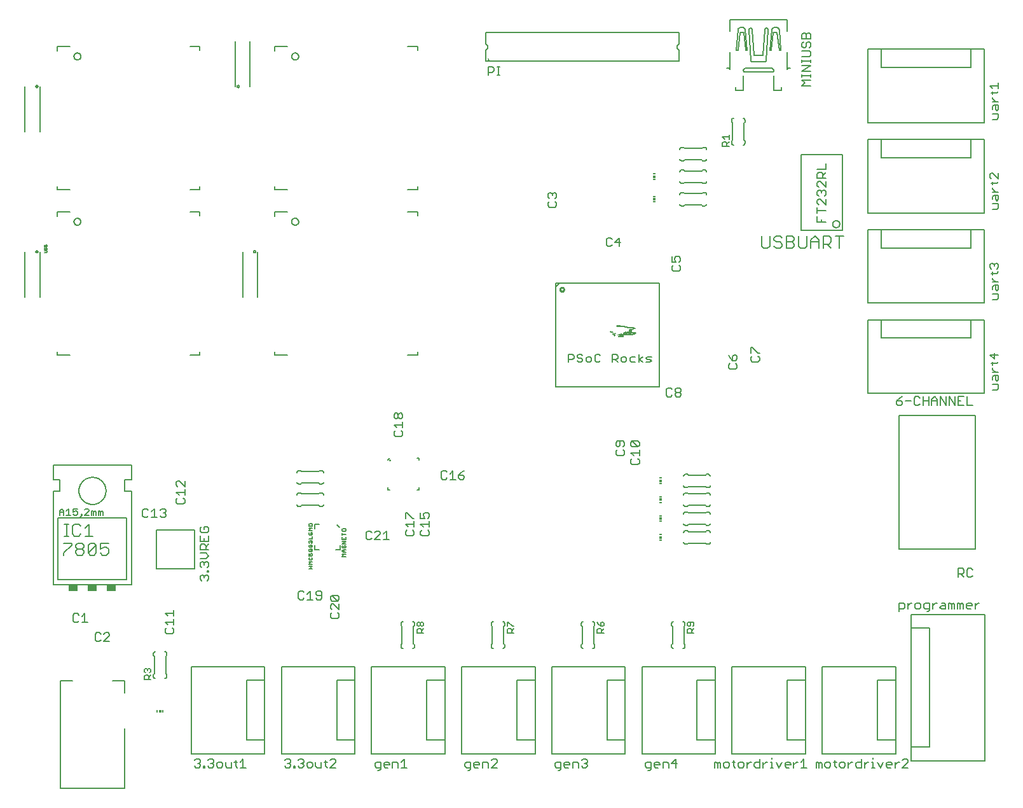
<source format=gto>
G75*
G70*
%OFA0B0*%
%FSLAX24Y24*%
%IPPOS*%
%LPD*%
%AMOC8*
5,1,8,0,0,1.08239X$1,22.5*
%
%ADD10C,0.0050*%
%ADD11C,0.0100*%
%ADD12C,0.0080*%
%ADD13C,0.0060*%
%ADD14R,0.0500X0.0350*%
%ADD15C,0.0070*%
%ADD16C,0.0040*%
%ADD17R,0.0059X0.0118*%
%ADD18R,0.0059X0.0118*%
%ADD19R,0.0118X0.0118*%
%ADD20R,0.0118X0.0059*%
%ADD21R,0.0118X0.0059*%
%ADD22R,0.0118X0.0059*%
%ADD23R,0.0118X0.0118*%
%ADD24R,0.0118X0.0059*%
%ADD25R,0.0118X0.0118*%
D10*
X002788Y000206D02*
X002788Y005835D01*
X003418Y005835D01*
X005544Y005835D02*
X006174Y005835D01*
X006174Y005206D01*
X007199Y005897D02*
X007199Y006067D01*
X007255Y006124D01*
X007369Y006124D01*
X007426Y006067D01*
X007426Y005897D01*
X007539Y005897D02*
X007199Y005897D01*
X007426Y006011D02*
X007539Y006124D01*
X007674Y006162D02*
X007674Y006062D01*
X007674Y006162D02*
X007724Y006212D01*
X007724Y007112D01*
X007674Y007162D01*
X007674Y007262D01*
X008324Y007112D02*
X008324Y006212D01*
X008374Y006162D01*
X008374Y006062D01*
X007539Y006313D02*
X007482Y006256D01*
X007539Y006313D02*
X007539Y006426D01*
X007482Y006483D01*
X007426Y006483D01*
X007369Y006426D01*
X007369Y006370D01*
X007369Y006426D02*
X007312Y006483D01*
X007255Y006483D01*
X007199Y006426D01*
X007199Y006313D01*
X007255Y006256D01*
X008324Y007112D02*
X008374Y007162D01*
X008374Y007262D01*
X009668Y006570D02*
X009668Y002020D01*
X013516Y002020D01*
X013516Y002729D01*
X012561Y002729D01*
X012561Y005861D01*
X013516Y005861D01*
X013516Y006570D01*
X009668Y006570D01*
X008674Y008312D02*
X008374Y008312D01*
X008299Y008387D01*
X008299Y008537D01*
X008374Y008612D01*
X008449Y008772D02*
X008299Y008922D01*
X008749Y008922D01*
X008749Y008772D02*
X008749Y009073D01*
X008749Y009233D02*
X008749Y009533D01*
X008749Y009383D02*
X008299Y009383D01*
X008449Y009233D01*
X008674Y008612D02*
X008749Y008537D01*
X008749Y008387D01*
X008674Y008312D01*
X006531Y010887D02*
X006531Y015787D01*
X006181Y015787D01*
X006181Y016387D01*
X006531Y016387D01*
X006531Y017137D01*
X002431Y017137D01*
X002431Y016387D01*
X002781Y016387D01*
X002781Y015787D01*
X002431Y015787D01*
X002431Y010887D01*
X006531Y010887D01*
X006281Y011137D02*
X006281Y014387D01*
X002681Y014387D01*
X002681Y011137D01*
X006281Y011137D01*
X007849Y011699D02*
X009849Y011699D01*
X009849Y013749D01*
X007849Y013749D01*
X007849Y011699D01*
X010123Y011847D02*
X010199Y011772D01*
X010123Y011847D02*
X010123Y011997D01*
X010199Y012072D01*
X010274Y012072D01*
X010349Y011997D01*
X010424Y012072D01*
X010499Y012072D01*
X010574Y011997D01*
X010574Y011847D01*
X010499Y011772D01*
X010499Y011617D02*
X010574Y011617D01*
X010574Y011542D01*
X010499Y011542D01*
X010499Y011617D01*
X010499Y011382D02*
X010574Y011306D01*
X010574Y011156D01*
X010499Y011081D01*
X010349Y011231D02*
X010349Y011306D01*
X010424Y011382D01*
X010499Y011382D01*
X010349Y011306D02*
X010274Y011382D01*
X010199Y011382D01*
X010123Y011306D01*
X010123Y011156D01*
X010199Y011081D01*
X010349Y011922D02*
X010349Y011997D01*
X010424Y012232D02*
X010123Y012232D01*
X010123Y012533D02*
X010424Y012533D01*
X010574Y012382D01*
X010424Y012232D01*
X010424Y012693D02*
X010424Y012918D01*
X010349Y012993D01*
X010199Y012993D01*
X010123Y012918D01*
X010123Y012693D01*
X010574Y012693D01*
X010424Y012843D02*
X010574Y012993D01*
X010574Y013153D02*
X010123Y013153D01*
X010123Y013453D01*
X010199Y013613D02*
X010499Y013613D01*
X010574Y013688D01*
X010574Y013839D01*
X010499Y013914D01*
X010349Y013914D01*
X010349Y013764D01*
X010199Y013914D02*
X010123Y013839D01*
X010123Y013688D01*
X010199Y013613D01*
X010349Y013303D02*
X010349Y013153D01*
X010574Y013153D02*
X010574Y013453D01*
X009249Y015099D02*
X008949Y015099D01*
X008873Y015174D01*
X008873Y015324D01*
X008949Y015399D01*
X009024Y015559D02*
X008873Y015709D01*
X009324Y015709D01*
X009324Y015559D02*
X009324Y015859D01*
X009324Y016019D02*
X009024Y016320D01*
X008949Y016320D01*
X008873Y016245D01*
X008873Y016094D01*
X008949Y016019D01*
X009324Y016019D02*
X009324Y016320D01*
X009249Y015399D02*
X009324Y015324D01*
X009324Y015174D01*
X009249Y015099D01*
X008336Y014777D02*
X008336Y014702D01*
X008261Y014627D01*
X008336Y014552D01*
X008336Y014477D01*
X008261Y014402D01*
X008111Y014402D01*
X008035Y014477D01*
X007875Y014402D02*
X007575Y014402D01*
X007725Y014402D02*
X007725Y014852D01*
X007575Y014702D01*
X007415Y014777D02*
X007340Y014852D01*
X007190Y014852D01*
X007115Y014777D01*
X007115Y014477D01*
X007190Y014402D01*
X007340Y014402D01*
X007415Y014477D01*
X008035Y014777D02*
X008111Y014852D01*
X008261Y014852D01*
X008336Y014777D01*
X008261Y014627D02*
X008186Y014627D01*
X005018Y014682D02*
X005018Y014512D01*
X004904Y014512D02*
X004904Y014682D01*
X004961Y014738D01*
X005018Y014682D01*
X004904Y014682D02*
X004847Y014738D01*
X004791Y014738D01*
X004791Y014512D01*
X004658Y014512D02*
X004658Y014682D01*
X004602Y014738D01*
X004545Y014682D01*
X004545Y014512D01*
X004432Y014512D02*
X004432Y014738D01*
X004488Y014738D01*
X004545Y014682D01*
X004299Y014738D02*
X004072Y014512D01*
X004299Y014512D01*
X004299Y014738D02*
X004299Y014795D01*
X004243Y014852D01*
X004129Y014852D01*
X004072Y014795D01*
X003946Y014568D02*
X003890Y014568D01*
X003890Y014512D01*
X003946Y014512D01*
X003946Y014568D01*
X003946Y014512D02*
X003833Y014398D01*
X003701Y014568D02*
X003701Y014682D01*
X003644Y014738D01*
X003587Y014738D01*
X003474Y014682D01*
X003474Y014852D01*
X003701Y014852D01*
X003701Y014568D02*
X003644Y014512D01*
X003531Y014512D01*
X003474Y014568D01*
X003342Y014512D02*
X003115Y014512D01*
X003228Y014512D02*
X003228Y014852D01*
X003115Y014738D01*
X002983Y014738D02*
X002983Y014512D01*
X002983Y014682D02*
X002756Y014682D01*
X002756Y014738D02*
X002869Y014852D01*
X002983Y014738D01*
X002756Y014738D02*
X002756Y014512D01*
X003543Y009356D02*
X003468Y009281D01*
X003468Y008981D01*
X003543Y008906D01*
X003694Y008906D01*
X003769Y008981D01*
X003929Y008906D02*
X004229Y008906D01*
X004079Y008906D02*
X004079Y009356D01*
X003929Y009206D01*
X003769Y009281D02*
X003694Y009356D01*
X003543Y009356D01*
X004622Y008281D02*
X004622Y007981D01*
X004697Y007906D01*
X004848Y007906D01*
X004923Y007981D01*
X005083Y007906D02*
X005383Y008206D01*
X005383Y008281D01*
X005308Y008356D01*
X005158Y008356D01*
X005083Y008281D01*
X004923Y008281D02*
X004848Y008356D01*
X004697Y008356D01*
X004622Y008281D01*
X005083Y007906D02*
X005383Y007906D01*
X006174Y003335D02*
X006174Y000206D01*
X002788Y000206D01*
X009842Y001357D02*
X009917Y001282D01*
X010068Y001282D01*
X010143Y001357D01*
X010143Y001432D01*
X010068Y001507D01*
X009992Y001507D01*
X010068Y001507D02*
X010143Y001582D01*
X010143Y001657D01*
X010068Y001732D01*
X009917Y001732D01*
X009842Y001657D01*
X010303Y001357D02*
X010378Y001357D01*
X010378Y001282D01*
X010303Y001282D01*
X010303Y001357D01*
X010533Y001357D02*
X010608Y001282D01*
X010758Y001282D01*
X010833Y001357D01*
X010833Y001432D01*
X010758Y001507D01*
X010683Y001507D01*
X010758Y001507D02*
X010833Y001582D01*
X010833Y001657D01*
X010758Y001732D01*
X010608Y001732D01*
X010533Y001657D01*
X010993Y001507D02*
X010993Y001357D01*
X011068Y001282D01*
X011218Y001282D01*
X011294Y001357D01*
X011294Y001507D01*
X011218Y001582D01*
X011068Y001582D01*
X010993Y001507D01*
X011454Y001582D02*
X011454Y001357D01*
X011529Y001282D01*
X011754Y001282D01*
X011754Y001582D01*
X011914Y001582D02*
X012064Y001582D01*
X011989Y001657D02*
X011989Y001357D01*
X012064Y001282D01*
X012221Y001282D02*
X012521Y001282D01*
X012371Y001282D02*
X012371Y001732D01*
X012221Y001582D01*
X013516Y002729D02*
X013516Y005861D01*
X014392Y006570D02*
X014392Y002020D01*
X018241Y002020D01*
X018241Y002729D01*
X017286Y002729D01*
X017286Y005861D01*
X018241Y005861D01*
X018241Y006570D01*
X014392Y006570D01*
X016960Y009174D02*
X017035Y009099D01*
X017335Y009099D01*
X017410Y009174D01*
X017410Y009325D01*
X017335Y009400D01*
X017410Y009560D02*
X017110Y009860D01*
X017035Y009860D01*
X016960Y009785D01*
X016960Y009635D01*
X017035Y009560D01*
X017035Y009400D02*
X016960Y009325D01*
X016960Y009174D01*
X017410Y009560D02*
X017410Y009860D01*
X017335Y010020D02*
X017035Y010320D01*
X017335Y010320D01*
X017410Y010245D01*
X017410Y010095D01*
X017335Y010020D01*
X017035Y010020D01*
X016960Y010095D01*
X016960Y010245D01*
X017035Y010320D01*
X016500Y010312D02*
X016275Y010312D01*
X016200Y010387D01*
X016200Y010462D01*
X016275Y010537D01*
X016425Y010537D01*
X016500Y010462D01*
X016500Y010162D01*
X016425Y010087D01*
X016275Y010087D01*
X016200Y010162D01*
X016040Y010087D02*
X015740Y010087D01*
X015890Y010087D02*
X015890Y010537D01*
X015740Y010387D01*
X015580Y010462D02*
X015505Y010537D01*
X015354Y010537D01*
X015279Y010462D01*
X015279Y010162D01*
X015354Y010087D01*
X015505Y010087D01*
X015580Y010162D01*
X015824Y011719D02*
X016015Y011719D01*
X015920Y011719D02*
X015920Y011846D01*
X016015Y011846D02*
X015824Y011846D01*
X015824Y011940D02*
X015888Y012003D01*
X015824Y012067D01*
X016015Y012067D01*
X015983Y012161D02*
X016015Y012193D01*
X016015Y012256D01*
X015983Y012288D01*
X015983Y012382D02*
X016015Y012414D01*
X016015Y012477D01*
X015983Y012509D01*
X015920Y012509D01*
X015888Y012477D01*
X015888Y012445D01*
X015920Y012382D01*
X015824Y012382D01*
X015824Y012509D01*
X015856Y012603D02*
X015888Y012603D01*
X015920Y012635D01*
X015920Y012698D01*
X015951Y012730D01*
X015983Y012730D01*
X016015Y012698D01*
X016015Y012635D01*
X015983Y012603D01*
X015951Y012603D01*
X015920Y012635D01*
X015920Y012698D02*
X015888Y012730D01*
X015856Y012730D01*
X015824Y012698D01*
X015824Y012635D01*
X015856Y012603D01*
X015856Y012824D02*
X015888Y012824D01*
X015920Y012856D01*
X015920Y012919D01*
X015951Y012951D01*
X015983Y012951D01*
X016015Y012919D01*
X016015Y012856D01*
X015983Y012824D01*
X015951Y012824D01*
X015920Y012856D01*
X015920Y012919D02*
X015888Y012951D01*
X015856Y012951D01*
X015824Y012919D01*
X015824Y012856D01*
X015856Y012824D01*
X015856Y013045D02*
X015824Y013077D01*
X015824Y013140D01*
X015856Y013172D01*
X015888Y013172D01*
X015920Y013140D01*
X015951Y013172D01*
X015983Y013172D01*
X016015Y013140D01*
X016015Y013077D01*
X015983Y013045D01*
X015920Y013108D02*
X015920Y013140D01*
X016015Y013266D02*
X016015Y013393D01*
X015983Y013487D02*
X016015Y013519D01*
X016015Y013582D01*
X015983Y013614D01*
X015951Y013614D01*
X015920Y013582D01*
X015920Y013519D01*
X015888Y013487D01*
X015856Y013487D01*
X015824Y013519D01*
X015824Y013582D01*
X015856Y013614D01*
X015824Y013708D02*
X015888Y013771D01*
X015824Y013835D01*
X016015Y013835D01*
X016015Y013929D02*
X016015Y014024D01*
X015983Y014056D01*
X015856Y014056D01*
X015824Y014024D01*
X015824Y013929D01*
X016015Y013929D01*
X016130Y014044D02*
X016130Y013808D01*
X016015Y013708D02*
X015824Y013708D01*
X015824Y013266D02*
X016015Y013266D01*
X016130Y012942D02*
X016130Y012706D01*
X016367Y012706D01*
X015856Y012288D02*
X015824Y012256D01*
X015824Y012193D01*
X015856Y012161D01*
X015983Y012161D01*
X016015Y011940D02*
X015824Y011940D01*
X017233Y012706D02*
X017469Y012706D01*
X017469Y012942D01*
X017574Y012890D02*
X017574Y012827D01*
X017606Y012795D01*
X017733Y012795D01*
X017765Y012827D01*
X017765Y012890D01*
X017733Y012922D01*
X017670Y012922D01*
X017670Y012858D01*
X017606Y012922D02*
X017574Y012890D01*
X017574Y013016D02*
X017765Y013143D01*
X017574Y013143D01*
X017574Y013237D02*
X017765Y013237D01*
X017765Y013364D01*
X017670Y013300D02*
X017670Y013237D01*
X017574Y013237D02*
X017574Y013364D01*
X017574Y013458D02*
X017574Y013585D01*
X017574Y013521D02*
X017765Y013521D01*
X017733Y013679D02*
X017765Y013711D01*
X017765Y013774D01*
X017733Y013806D01*
X017606Y013806D01*
X017574Y013774D01*
X017574Y013711D01*
X017606Y013679D01*
X017733Y013679D01*
X017443Y013879D02*
X017296Y014019D01*
X016367Y014044D02*
X016130Y014044D01*
X016398Y014974D02*
X016348Y015024D01*
X015448Y015024D01*
X015398Y014974D01*
X015298Y014974D01*
X015448Y015624D02*
X016348Y015624D01*
X016398Y015674D01*
X016498Y015674D01*
X016498Y016155D02*
X016398Y016155D01*
X016348Y016205D01*
X015448Y016205D01*
X015398Y016155D01*
X015298Y016155D01*
X015298Y015674D02*
X015398Y015674D01*
X015448Y015624D01*
X016398Y014974D02*
X016498Y014974D01*
X017574Y013016D02*
X017765Y013016D01*
X017765Y012701D02*
X017638Y012701D01*
X017574Y012637D01*
X017638Y012574D01*
X017765Y012574D01*
X017765Y012480D02*
X017574Y012480D01*
X017638Y012416D01*
X017574Y012353D01*
X017765Y012353D01*
X017670Y012574D02*
X017670Y012701D01*
X018823Y013311D02*
X018823Y013612D01*
X018898Y013687D01*
X019048Y013687D01*
X019123Y013612D01*
X019283Y013612D02*
X019358Y013687D01*
X019508Y013687D01*
X019583Y013612D01*
X019583Y013537D01*
X019283Y013236D01*
X019583Y013236D01*
X019743Y013236D02*
X020044Y013236D01*
X019894Y013236D02*
X019894Y013687D01*
X019743Y013537D01*
X019123Y013311D02*
X019048Y013236D01*
X018898Y013236D01*
X018823Y013311D01*
X020897Y013505D02*
X020972Y013430D01*
X021272Y013430D01*
X021347Y013505D01*
X021347Y013655D01*
X021272Y013730D01*
X021347Y013890D02*
X021347Y014191D01*
X021347Y014041D02*
X020897Y014041D01*
X021047Y013890D01*
X020972Y013730D02*
X020897Y013655D01*
X020897Y013505D01*
X021684Y013505D02*
X021760Y013430D01*
X022060Y013430D01*
X022135Y013505D01*
X022135Y013655D01*
X022060Y013730D01*
X022135Y013890D02*
X022135Y014191D01*
X022135Y014041D02*
X021684Y014041D01*
X021835Y013890D01*
X021760Y013730D02*
X021684Y013655D01*
X021684Y013505D01*
X021684Y014351D02*
X021910Y014351D01*
X021835Y014501D01*
X021835Y014576D01*
X021910Y014651D01*
X022060Y014651D01*
X022135Y014576D01*
X022135Y014426D01*
X022060Y014351D01*
X021684Y014351D02*
X021684Y014651D01*
X021347Y014351D02*
X021272Y014351D01*
X020972Y014651D01*
X020897Y014651D01*
X020897Y014351D01*
X021493Y015855D02*
X021611Y015855D01*
X021611Y015973D01*
X022760Y016461D02*
X022760Y016761D01*
X022835Y016836D01*
X022985Y016836D01*
X023060Y016761D01*
X023220Y016686D02*
X023370Y016836D01*
X023370Y016386D01*
X023220Y016386D02*
X023520Y016386D01*
X023680Y016461D02*
X023755Y016386D01*
X023906Y016386D01*
X023981Y016461D01*
X023981Y016536D01*
X023906Y016611D01*
X023680Y016611D01*
X023680Y016461D01*
X023680Y016611D02*
X023831Y016761D01*
X023981Y016836D01*
X023060Y016461D02*
X022985Y016386D01*
X022835Y016386D01*
X022760Y016461D01*
X021611Y017391D02*
X021611Y017509D01*
X021493Y017509D01*
X020666Y018642D02*
X020366Y018642D01*
X020291Y018717D01*
X020291Y018867D01*
X020366Y018942D01*
X020441Y019102D02*
X020291Y019252D01*
X020741Y019252D01*
X020741Y019102D02*
X020741Y019403D01*
X020666Y019563D02*
X020591Y019563D01*
X020516Y019638D01*
X020516Y019788D01*
X020591Y019863D01*
X020666Y019863D01*
X020741Y019788D01*
X020741Y019638D01*
X020666Y019563D01*
X020516Y019638D02*
X020441Y019563D01*
X020366Y019563D01*
X020291Y019638D01*
X020291Y019788D01*
X020366Y019863D01*
X020441Y019863D01*
X020516Y019788D01*
X020666Y018942D02*
X020741Y018867D01*
X020741Y018717D01*
X020666Y018642D01*
X020075Y017509D02*
X019957Y017391D01*
X020058Y017383D02*
X020060Y017393D01*
X020065Y017401D01*
X020073Y017406D01*
X020083Y017408D01*
X020093Y017406D01*
X020101Y017401D01*
X020106Y017393D01*
X020108Y017383D01*
X020106Y017373D01*
X020101Y017365D01*
X020093Y017360D01*
X020083Y017358D01*
X020073Y017360D01*
X020065Y017365D01*
X020060Y017373D01*
X020058Y017383D01*
X019957Y015973D02*
X019957Y015855D01*
X020075Y015855D01*
X016498Y016855D02*
X016398Y016855D01*
X016348Y016805D01*
X015448Y016805D01*
X015398Y016855D01*
X015298Y016855D01*
X014717Y022922D02*
X014048Y022922D01*
X014048Y023080D01*
X013142Y025954D02*
X013142Y028316D01*
X012929Y028316D02*
X012931Y028330D01*
X012937Y028344D01*
X012945Y028356D01*
X012957Y028364D01*
X012971Y028370D01*
X012985Y028372D01*
X012999Y028370D01*
X013013Y028364D01*
X013025Y028356D01*
X013033Y028344D01*
X013039Y028330D01*
X013041Y028316D01*
X013039Y028302D01*
X013033Y028288D01*
X013025Y028276D01*
X013013Y028268D01*
X012999Y028262D01*
X012985Y028260D01*
X012971Y028262D01*
X012957Y028268D01*
X012945Y028276D01*
X012937Y028288D01*
X012931Y028302D01*
X012929Y028316D01*
X012355Y028316D02*
X012355Y025954D01*
X010111Y023080D02*
X010111Y022922D01*
X009599Y022922D01*
X003300Y022922D02*
X002630Y022922D01*
X002630Y023080D01*
X001725Y025954D02*
X001725Y028316D01*
X001511Y028316D02*
X001513Y028330D01*
X001519Y028344D01*
X001527Y028356D01*
X001539Y028364D01*
X001553Y028370D01*
X001567Y028372D01*
X001581Y028370D01*
X001595Y028364D01*
X001607Y028356D01*
X001615Y028344D01*
X001621Y028330D01*
X001623Y028316D01*
X001621Y028302D01*
X001615Y028288D01*
X001607Y028276D01*
X001595Y028268D01*
X001581Y028262D01*
X001567Y028260D01*
X001553Y028262D01*
X001539Y028268D01*
X001527Y028276D01*
X001519Y028288D01*
X001513Y028302D01*
X001511Y028316D01*
X001982Y028289D02*
X002074Y028289D01*
X002092Y028307D01*
X002092Y028344D01*
X002074Y028362D01*
X001982Y028362D01*
X002000Y028436D02*
X001982Y028454D01*
X001982Y028491D01*
X002000Y028509D01*
X002037Y028491D02*
X002037Y028454D01*
X002019Y028436D01*
X002000Y028436D01*
X001964Y028473D02*
X002110Y028473D01*
X002092Y028491D02*
X002074Y028509D01*
X002055Y028509D01*
X002037Y028491D01*
X002092Y028491D02*
X002092Y028454D01*
X002074Y028436D01*
X002074Y028583D02*
X002092Y028602D01*
X002092Y028638D01*
X002074Y028657D01*
X002037Y028657D01*
X002019Y028638D01*
X002019Y028620D01*
X002037Y028583D01*
X001982Y028583D01*
X001982Y028657D01*
X000937Y028316D02*
X000937Y025954D01*
X002630Y030166D02*
X002630Y030402D01*
X003300Y030402D01*
X003300Y031583D02*
X002630Y031583D01*
X002630Y031741D01*
X001725Y034615D02*
X001725Y036977D01*
X001511Y036977D02*
X001513Y036991D01*
X001519Y037005D01*
X001527Y037017D01*
X001539Y037025D01*
X001553Y037031D01*
X001567Y037033D01*
X001581Y037031D01*
X001595Y037025D01*
X001607Y037017D01*
X001615Y037005D01*
X001621Y036991D01*
X001623Y036977D01*
X001621Y036963D01*
X001615Y036949D01*
X001607Y036937D01*
X001595Y036929D01*
X001581Y036923D01*
X001567Y036921D01*
X001553Y036923D01*
X001539Y036929D01*
X001527Y036937D01*
X001519Y036949D01*
X001513Y036963D01*
X001511Y036977D01*
X000937Y036977D02*
X000937Y034615D01*
X002630Y038828D02*
X002630Y039064D01*
X003300Y039064D01*
X009599Y039064D02*
X010111Y039064D01*
X010111Y038867D01*
X011961Y039339D02*
X011961Y036977D01*
X012063Y036977D02*
X012065Y036991D01*
X012071Y037005D01*
X012079Y037017D01*
X012091Y037025D01*
X012105Y037031D01*
X012119Y037033D01*
X012133Y037031D01*
X012147Y037025D01*
X012159Y037017D01*
X012167Y037005D01*
X012173Y036991D01*
X012175Y036977D01*
X012173Y036963D01*
X012167Y036949D01*
X012159Y036937D01*
X012147Y036929D01*
X012133Y036923D01*
X012119Y036921D01*
X012105Y036923D01*
X012091Y036929D01*
X012079Y036937D01*
X012071Y036949D01*
X012065Y036963D01*
X012063Y036977D01*
X012748Y036977D02*
X012748Y039339D01*
X014048Y039064D02*
X014048Y038828D01*
X014048Y039064D02*
X014717Y039064D01*
X021016Y039064D02*
X021528Y039064D01*
X021528Y038867D01*
X025111Y038887D02*
X025111Y038296D01*
X035229Y038296D01*
X035229Y038887D01*
X035229Y038887D01*
X035229Y039202D02*
X035229Y039792D01*
X025111Y039792D01*
X025111Y039202D01*
X025226Y038019D02*
X025451Y038019D01*
X025526Y037944D01*
X025526Y037794D01*
X025451Y037719D01*
X025226Y037719D01*
X025226Y037569D02*
X025226Y038019D01*
X025687Y038019D02*
X025837Y038019D01*
X025762Y038019D02*
X025762Y037569D01*
X025687Y037569D02*
X025837Y037569D01*
X021528Y031741D02*
X021528Y031583D01*
X021016Y031583D01*
X021016Y030402D02*
X021528Y030402D01*
X021528Y030206D01*
X014717Y030402D02*
X014048Y030402D01*
X014048Y030166D01*
X014048Y031583D02*
X014717Y031583D01*
X014048Y031583D02*
X014048Y031741D01*
X010111Y031741D02*
X010111Y031583D01*
X009599Y031583D01*
X009599Y030402D02*
X010111Y030402D01*
X010111Y030206D01*
X021016Y022922D02*
X021528Y022922D01*
X021528Y023080D01*
X028783Y021228D02*
X028783Y026660D01*
X034215Y026660D01*
X034215Y021228D01*
X028783Y021228D01*
X031852Y023897D02*
X031832Y023924D01*
X031838Y023980D02*
X031880Y023980D01*
X031887Y024035D02*
X031859Y024035D01*
X031811Y024029D02*
X031811Y024042D01*
X031797Y024042D01*
X031797Y024035D01*
X031811Y024029D02*
X031797Y024008D01*
X031783Y024015D01*
X031783Y024042D01*
X031769Y024091D02*
X031769Y024098D01*
X031700Y024098D01*
X031700Y024112D01*
X031672Y024112D01*
X031644Y024126D01*
X032040Y023987D02*
X032047Y023980D01*
X032102Y023987D02*
X032109Y023987D01*
X032102Y023994D01*
X032151Y024008D02*
X032151Y023980D01*
X032241Y023980D01*
X032199Y024015D01*
X032193Y024008D01*
X032193Y024001D01*
X032165Y024001D01*
X032151Y023924D02*
X032172Y023904D01*
X032151Y023897D01*
X032144Y023924D01*
X032109Y023883D02*
X032081Y023869D01*
X032054Y023897D02*
X032068Y023911D01*
X032172Y023869D02*
X032290Y023869D01*
X032304Y023924D01*
X032290Y023924D01*
X032276Y023911D01*
X032269Y023890D01*
X032199Y023876D01*
X032199Y023924D02*
X032248Y023924D01*
X032276Y023980D02*
X032304Y023980D01*
X032304Y024008D01*
X032345Y024008D01*
X032345Y024001D01*
X032380Y024001D01*
X032380Y023987D01*
X032463Y023987D01*
X032463Y023980D01*
X032512Y023980D01*
X032512Y023973D01*
X032547Y023973D01*
X032547Y023980D01*
X032658Y023980D01*
X032658Y023994D01*
X032699Y023994D01*
X032699Y024008D01*
X032720Y024008D01*
X032720Y024001D01*
X032741Y024001D01*
X032741Y023987D01*
X032789Y023987D01*
X032789Y024001D01*
X032894Y024001D01*
X032908Y024015D01*
X032908Y024029D01*
X032921Y024042D01*
X032935Y024056D01*
X032803Y024056D01*
X032789Y024070D01*
X032769Y024070D01*
X032762Y024063D01*
X032727Y024063D01*
X032665Y024063D01*
X032665Y024070D01*
X032630Y024070D01*
X032630Y024042D01*
X032616Y024029D01*
X032602Y024029D01*
X032567Y024063D01*
X032547Y024056D01*
X032512Y024042D01*
X032512Y024029D01*
X032463Y024029D01*
X032463Y024035D01*
X032394Y024035D01*
X032352Y024042D01*
X032331Y024056D01*
X032359Y024063D01*
X032422Y024098D01*
X032456Y024098D01*
X032463Y024077D01*
X032491Y024077D01*
X032505Y024091D01*
X032540Y024112D01*
X032553Y024133D01*
X032567Y024133D01*
X032574Y024119D01*
X032616Y024119D01*
X032637Y024133D01*
X032658Y024167D01*
X032678Y024167D01*
X032706Y024133D01*
X032748Y024133D01*
X032748Y024140D01*
X032727Y024140D01*
X032713Y024167D01*
X032727Y024181D01*
X032748Y024181D01*
X032734Y024209D01*
X032651Y024209D01*
X032630Y024230D01*
X032637Y024244D01*
X032776Y024251D01*
X032789Y024271D01*
X032803Y024278D01*
X032838Y024278D01*
X032852Y024292D01*
X032935Y024313D01*
X032852Y024320D01*
X032845Y024327D01*
X032637Y024327D01*
X032616Y024341D01*
X032547Y024341D01*
X032526Y024362D01*
X032526Y024389D01*
X032401Y024389D01*
X032359Y024417D01*
X032338Y024417D01*
X032283Y024396D01*
X032199Y024396D01*
X032165Y024417D01*
X032158Y024445D01*
X031984Y024445D01*
X032019Y024431D01*
X032019Y024410D01*
X031998Y024403D01*
X032005Y024396D01*
X032068Y024396D01*
X032068Y024410D01*
X032102Y024410D01*
X032102Y024396D01*
X032144Y024396D01*
X032144Y024424D01*
X032040Y024424D01*
X032040Y024417D01*
X032130Y024417D01*
X032727Y024063D02*
X032727Y024056D01*
X032935Y024056D02*
X032963Y024056D01*
X034646Y021167D02*
X034571Y021092D01*
X034571Y020792D01*
X034646Y020717D01*
X034796Y020717D01*
X034871Y020792D01*
X035031Y020792D02*
X035031Y020867D01*
X035106Y020942D01*
X035256Y020942D01*
X035331Y020867D01*
X035331Y020792D01*
X035256Y020717D01*
X035106Y020717D01*
X035031Y020792D01*
X035106Y020942D02*
X035031Y021017D01*
X035031Y021092D01*
X035106Y021167D01*
X035256Y021167D01*
X035331Y021092D01*
X035331Y021017D01*
X035256Y020942D01*
X034871Y021092D02*
X034796Y021167D01*
X034646Y021167D01*
X037826Y022233D02*
X037901Y022158D01*
X038202Y022158D01*
X038277Y022233D01*
X038277Y022383D01*
X038202Y022458D01*
X038202Y022619D02*
X038277Y022694D01*
X038277Y022844D01*
X038202Y022919D01*
X038126Y022919D01*
X038051Y022844D01*
X038051Y022619D01*
X038202Y022619D01*
X038051Y022619D02*
X037901Y022769D01*
X037826Y022919D01*
X037901Y022458D02*
X037826Y022383D01*
X037826Y022233D01*
X039007Y022627D02*
X039007Y022777D01*
X039082Y022852D01*
X039007Y023012D02*
X039007Y023312D01*
X039082Y023312D01*
X039383Y023012D01*
X039458Y023012D01*
X039383Y022852D02*
X039458Y022777D01*
X039458Y022627D01*
X039383Y022552D01*
X039082Y022552D01*
X039007Y022627D01*
X045132Y020904D02*
X051241Y020904D01*
X051241Y024753D01*
X050532Y024753D01*
X050532Y023798D01*
X045841Y023798D01*
X045841Y024753D01*
X045132Y024753D01*
X045132Y020904D01*
X046638Y020499D02*
X046863Y020499D01*
X046938Y020424D01*
X046938Y020349D01*
X046863Y020274D01*
X046713Y020274D01*
X046638Y020349D01*
X046638Y020499D01*
X046788Y020649D01*
X046938Y020724D01*
X047098Y020499D02*
X047398Y020499D01*
X047559Y020349D02*
X047634Y020274D01*
X047784Y020274D01*
X047859Y020349D01*
X048019Y020274D02*
X048019Y020724D01*
X047859Y020649D02*
X047784Y020724D01*
X047634Y020724D01*
X047559Y020649D01*
X047559Y020349D01*
X048019Y020499D02*
X048319Y020499D01*
X048479Y020499D02*
X048780Y020499D01*
X048780Y020574D02*
X048780Y020274D01*
X048940Y020274D02*
X048940Y020724D01*
X049240Y020274D01*
X049240Y020724D01*
X049400Y020724D02*
X049700Y020274D01*
X049700Y020724D01*
X049861Y020724D02*
X049861Y020274D01*
X050161Y020274D01*
X050321Y020274D02*
X050321Y020724D01*
X050161Y020724D02*
X049861Y020724D01*
X049861Y020499D02*
X050011Y020499D01*
X050321Y020274D02*
X050621Y020274D01*
X050756Y019749D02*
X046756Y019749D01*
X046756Y012749D01*
X050756Y012749D01*
X050756Y019749D01*
X049400Y020274D02*
X049400Y020724D01*
X048780Y020574D02*
X048629Y020724D01*
X048479Y020574D01*
X048479Y020274D01*
X048319Y020274D02*
X048319Y020724D01*
X051679Y021079D02*
X051904Y021079D01*
X051979Y021154D01*
X051979Y021379D01*
X051679Y021379D01*
X051679Y021614D02*
X051679Y021765D01*
X051754Y021840D01*
X051979Y021840D01*
X051979Y021614D01*
X051904Y021539D01*
X051829Y021614D01*
X051829Y021840D01*
X051829Y022000D02*
X051679Y022150D01*
X051679Y022225D01*
X051679Y022383D02*
X051679Y022534D01*
X051604Y022458D02*
X051904Y022458D01*
X051979Y022534D01*
X051754Y022690D02*
X051754Y022991D01*
X051529Y022915D02*
X051754Y022690D01*
X051979Y022915D02*
X051529Y022915D01*
X051679Y022000D02*
X051979Y022000D01*
X050532Y024753D02*
X045841Y024753D01*
X045132Y025629D02*
X051241Y025629D01*
X051241Y029477D01*
X050532Y029477D01*
X050532Y028522D01*
X045841Y028522D01*
X045841Y029477D01*
X045132Y029477D01*
X045132Y025629D01*
X045841Y029477D02*
X050532Y029477D01*
X051241Y030353D02*
X051241Y034202D01*
X050532Y034202D01*
X050532Y033247D01*
X045841Y033247D01*
X045841Y034202D01*
X045132Y034202D01*
X045132Y030353D01*
X051241Y030353D01*
X051679Y030528D02*
X051904Y030528D01*
X051979Y030603D01*
X051979Y030828D01*
X051679Y030828D01*
X051679Y031063D02*
X051679Y031213D01*
X051754Y031288D01*
X051979Y031288D01*
X051979Y031063D01*
X051904Y030988D01*
X051829Y031063D01*
X051829Y031288D01*
X051829Y031449D02*
X051679Y031599D01*
X051679Y031674D01*
X051679Y031832D02*
X051679Y031982D01*
X051604Y031907D02*
X051904Y031907D01*
X051979Y031982D01*
X051979Y032139D02*
X051679Y032439D01*
X051604Y032439D01*
X051529Y032364D01*
X051529Y032214D01*
X051604Y032139D01*
X051979Y032139D02*
X051979Y032439D01*
X051979Y031449D02*
X051679Y031449D01*
X050532Y034202D02*
X045841Y034202D01*
X045132Y035078D02*
X051241Y035078D01*
X051241Y038926D01*
X050532Y038926D01*
X050532Y037971D01*
X045841Y037971D01*
X045841Y038926D01*
X045132Y038926D01*
X045132Y035078D01*
X043797Y033409D02*
X043797Y029443D01*
X041621Y029443D01*
X041621Y033409D01*
X043797Y033409D01*
X042934Y032927D02*
X042934Y032627D01*
X042484Y032627D01*
X042559Y032467D02*
X042709Y032467D01*
X042784Y032392D01*
X042784Y032166D01*
X042934Y032166D02*
X042484Y032166D01*
X042484Y032392D01*
X042559Y032467D01*
X042784Y032316D02*
X042934Y032467D01*
X042934Y032006D02*
X042934Y031706D01*
X042634Y032006D01*
X042559Y032006D01*
X042484Y031931D01*
X042484Y031781D01*
X042559Y031706D01*
X042559Y031546D02*
X042634Y031546D01*
X042709Y031471D01*
X042784Y031546D01*
X042859Y031546D01*
X042934Y031471D01*
X042934Y031321D01*
X042859Y031246D01*
X042934Y031085D02*
X042934Y030785D01*
X042634Y031085D01*
X042559Y031085D01*
X042484Y031010D01*
X042484Y030860D01*
X042559Y030785D01*
X042484Y030625D02*
X042484Y030325D01*
X042484Y030475D02*
X042934Y030475D01*
X042709Y030015D02*
X042709Y029864D01*
X042934Y029864D02*
X042484Y029864D01*
X042484Y030165D01*
X042559Y031246D02*
X042484Y031321D01*
X042484Y031471D01*
X042559Y031546D01*
X042709Y031471D02*
X042709Y031396D01*
X038689Y034015D02*
X038689Y034115D01*
X038639Y034165D01*
X038639Y035065D01*
X038689Y035115D01*
X038689Y035215D01*
X038039Y035065D02*
X038039Y034165D01*
X037989Y034115D01*
X037989Y034015D01*
X037854Y034077D02*
X037741Y033963D01*
X037741Y034020D02*
X037741Y033850D01*
X037854Y033850D02*
X037514Y033850D01*
X037514Y034020D01*
X037570Y034077D01*
X037684Y034077D01*
X037741Y034020D01*
X037854Y034209D02*
X037854Y034436D01*
X037854Y034323D02*
X037514Y034323D01*
X037627Y034209D01*
X038039Y035065D02*
X037989Y035115D01*
X037989Y035215D01*
X036577Y033784D02*
X036477Y033784D01*
X036427Y033734D01*
X035527Y033734D01*
X035477Y033784D01*
X035377Y033784D01*
X035527Y033134D02*
X036427Y033134D01*
X036477Y033084D01*
X036577Y033084D01*
X036577Y032603D02*
X036477Y032603D01*
X036427Y032553D01*
X035527Y032553D01*
X035477Y032603D01*
X035377Y032603D01*
X035377Y033084D02*
X035477Y033084D01*
X035527Y033134D01*
X035527Y031953D02*
X036427Y031953D01*
X036477Y031903D01*
X036577Y031903D01*
X036577Y031422D02*
X036477Y031422D01*
X036427Y031372D01*
X035527Y031372D01*
X035477Y031422D01*
X035377Y031422D01*
X035377Y031903D02*
X035477Y031903D01*
X035527Y031953D01*
X035527Y030772D02*
X036427Y030772D01*
X036477Y030722D01*
X036577Y030722D01*
X035527Y030772D02*
X035477Y030722D01*
X035377Y030722D01*
X035233Y028064D02*
X035308Y027989D01*
X035308Y027839D01*
X035233Y027764D01*
X035083Y027764D02*
X035008Y027914D01*
X035008Y027989D01*
X035083Y028064D01*
X035233Y028064D01*
X035083Y027764D02*
X034858Y027764D01*
X034858Y028064D01*
X034933Y027604D02*
X034858Y027529D01*
X034858Y027378D01*
X034933Y027303D01*
X035233Y027303D01*
X035308Y027378D01*
X035308Y027529D01*
X035233Y027604D01*
X032107Y028591D02*
X032107Y029041D01*
X031881Y028816D01*
X032182Y028816D01*
X031721Y028966D02*
X031646Y029041D01*
X031496Y029041D01*
X031421Y028966D01*
X031421Y028666D01*
X031496Y028591D01*
X031646Y028591D01*
X031721Y028666D01*
X028979Y026660D02*
X028783Y026464D01*
X028737Y030650D02*
X028437Y030650D01*
X028362Y030725D01*
X028362Y030875D01*
X028437Y030950D01*
X028437Y031110D02*
X028362Y031185D01*
X028362Y031335D01*
X028437Y031410D01*
X028512Y031410D01*
X028587Y031335D01*
X028662Y031410D01*
X028737Y031410D01*
X028812Y031335D01*
X028812Y031185D01*
X028737Y031110D01*
X028737Y030950D02*
X028812Y030875D01*
X028812Y030725D01*
X028737Y030650D01*
X028587Y031260D02*
X028587Y031335D01*
X037747Y037946D02*
X037808Y037946D01*
X037824Y037944D01*
X037839Y037940D01*
X037854Y037932D01*
X037866Y037922D01*
X037876Y037910D01*
X037884Y037895D01*
X037888Y037880D01*
X037890Y037864D01*
X037890Y038773D01*
X038237Y038866D02*
X038319Y038866D01*
X038421Y039806D01*
X038625Y039806D01*
X038728Y038866D01*
X038809Y038866D01*
X038707Y039949D01*
X038703Y039968D01*
X038697Y039987D01*
X038687Y040004D01*
X038675Y040020D01*
X038660Y040033D01*
X038643Y040044D01*
X038625Y040051D01*
X038401Y040051D02*
X038383Y040044D01*
X038366Y040033D01*
X038351Y040020D01*
X038339Y040004D01*
X038329Y039987D01*
X038323Y039968D01*
X038319Y039949D01*
X038237Y038866D01*
X038401Y040051D02*
X038438Y040060D01*
X038475Y040066D01*
X038513Y040068D01*
X038551Y040066D01*
X038588Y040060D01*
X038625Y040051D01*
X038912Y039949D02*
X038993Y038355D01*
X038996Y038337D01*
X039003Y038320D01*
X039012Y038305D01*
X039025Y038292D01*
X039040Y038283D01*
X039057Y038276D01*
X039075Y038273D01*
X039729Y038273D01*
X039747Y038276D01*
X039764Y038283D01*
X039779Y038292D01*
X039792Y038305D01*
X039801Y038320D01*
X039808Y038337D01*
X039811Y038355D01*
X039892Y039949D01*
X039893Y039949D02*
X039891Y039965D01*
X039887Y039980D01*
X039879Y039995D01*
X039869Y040007D01*
X039857Y040017D01*
X039842Y040025D01*
X039827Y040029D01*
X039811Y040031D01*
X039811Y040031D01*
X039795Y040029D01*
X039780Y040025D01*
X039765Y040017D01*
X039753Y040007D01*
X039743Y039995D01*
X039735Y039980D01*
X039731Y039965D01*
X039729Y039949D01*
X039647Y038600D01*
X039157Y038600D01*
X039075Y039949D01*
X039073Y039965D01*
X039069Y039980D01*
X039061Y039995D01*
X039051Y040007D01*
X039039Y040017D01*
X039024Y040025D01*
X039009Y040029D01*
X038993Y040031D01*
X038977Y040029D01*
X038962Y040025D01*
X038947Y040017D01*
X038935Y040007D01*
X038925Y039995D01*
X038917Y039980D01*
X038913Y039965D01*
X038911Y039949D01*
X037890Y039888D02*
X037890Y040480D01*
X040914Y040480D01*
X040914Y039888D01*
X040485Y039949D02*
X040567Y038866D01*
X040485Y038866D01*
X040383Y039806D01*
X040179Y039806D01*
X040076Y038866D01*
X039995Y038866D01*
X040097Y039949D01*
X040101Y039968D01*
X040107Y039987D01*
X040117Y040004D01*
X040129Y040020D01*
X040144Y040033D01*
X040161Y040044D01*
X040179Y040051D01*
X040403Y040051D02*
X040421Y040044D01*
X040438Y040033D01*
X040453Y040020D01*
X040465Y040004D01*
X040475Y039987D01*
X040481Y039968D01*
X040485Y039949D01*
X040403Y040051D02*
X040366Y040060D01*
X040329Y040066D01*
X040291Y040068D01*
X040253Y040066D01*
X040216Y040060D01*
X040179Y040051D01*
X040914Y038773D02*
X040914Y037864D01*
X040916Y037880D01*
X040920Y037895D01*
X040928Y037910D01*
X040938Y037922D01*
X040950Y037932D01*
X040965Y037940D01*
X040980Y037944D01*
X040996Y037946D01*
X041057Y037946D01*
X041677Y038077D02*
X042127Y038077D01*
X041677Y037777D01*
X042127Y037777D01*
X042127Y037620D02*
X042127Y037470D01*
X042127Y037545D02*
X041677Y037545D01*
X041677Y037470D02*
X041677Y037620D01*
X041677Y037310D02*
X042127Y037310D01*
X042127Y037010D02*
X041677Y037010D01*
X041827Y037160D01*
X041677Y037310D01*
X040587Y036945D02*
X040587Y036802D01*
X040587Y036781D02*
X040199Y036781D01*
X040199Y036802D02*
X040199Y037537D01*
X040117Y037742D02*
X038687Y037742D01*
X038687Y037741D02*
X038671Y037743D01*
X038656Y037747D01*
X038641Y037755D01*
X038629Y037765D01*
X038619Y037777D01*
X038611Y037792D01*
X038607Y037807D01*
X038605Y037823D01*
X038607Y037843D01*
X038613Y037862D01*
X038622Y037880D01*
X038635Y037895D01*
X038650Y037908D01*
X038668Y037917D01*
X038687Y037923D01*
X038707Y037925D01*
X038707Y037926D02*
X038707Y037926D01*
X040097Y037926D01*
X040097Y037925D02*
X040117Y037923D01*
X040136Y037917D01*
X040154Y037908D01*
X040169Y037895D01*
X040182Y037880D01*
X040191Y037862D01*
X040197Y037843D01*
X040199Y037823D01*
X040199Y037823D01*
X040197Y037807D01*
X040193Y037792D01*
X040185Y037777D01*
X040175Y037765D01*
X040163Y037755D01*
X040148Y037747D01*
X040133Y037743D01*
X040117Y037741D01*
X039729Y038273D02*
X039729Y038273D01*
X038605Y037537D02*
X038605Y036802D01*
X038605Y036781D02*
X038217Y036781D01*
X038217Y036802D02*
X038217Y036945D01*
X041677Y038237D02*
X041677Y038387D01*
X041677Y038312D02*
X042127Y038312D01*
X042127Y038237D02*
X042127Y038387D01*
X042052Y038544D02*
X042127Y038619D01*
X042127Y038769D01*
X042052Y038844D01*
X041677Y038844D01*
X041752Y039005D02*
X041827Y039005D01*
X041902Y039080D01*
X041902Y039230D01*
X041977Y039305D01*
X042052Y039305D01*
X042127Y039230D01*
X042127Y039080D01*
X042052Y039005D01*
X041752Y039005D02*
X041677Y039080D01*
X041677Y039230D01*
X041752Y039305D01*
X041677Y039465D02*
X041677Y039690D01*
X041752Y039765D01*
X041827Y039765D01*
X041902Y039690D01*
X041902Y039465D01*
X042127Y039465D02*
X041677Y039465D01*
X041902Y039690D02*
X041977Y039765D01*
X042052Y039765D01*
X042127Y039690D01*
X042127Y039465D01*
X042052Y038544D02*
X041677Y038544D01*
X045841Y038926D02*
X050532Y038926D01*
X051529Y037014D02*
X051979Y037014D01*
X051979Y036864D02*
X051979Y037164D01*
X051679Y036864D02*
X051529Y037014D01*
X051679Y036707D02*
X051679Y036557D01*
X051604Y036632D02*
X051904Y036632D01*
X051979Y036707D01*
X051679Y036398D02*
X051679Y036323D01*
X051829Y036173D01*
X051979Y036173D02*
X051679Y036173D01*
X051754Y036013D02*
X051979Y036013D01*
X051979Y035788D01*
X051904Y035713D01*
X051829Y035788D01*
X051829Y036013D01*
X051754Y036013D02*
X051679Y035938D01*
X051679Y035788D01*
X051679Y035552D02*
X051979Y035552D01*
X051979Y035327D01*
X051904Y035252D01*
X051679Y035252D01*
X051679Y027715D02*
X051754Y027640D01*
X051829Y027715D01*
X051904Y027715D01*
X051979Y027640D01*
X051979Y027490D01*
X051904Y027415D01*
X051979Y027258D02*
X051904Y027183D01*
X051604Y027183D01*
X051679Y027108D02*
X051679Y027258D01*
X051604Y027415D02*
X051529Y027490D01*
X051529Y027640D01*
X051604Y027715D01*
X051679Y027715D01*
X051754Y027640D02*
X051754Y027565D01*
X051679Y026949D02*
X051679Y026874D01*
X051829Y026724D01*
X051979Y026724D02*
X051679Y026724D01*
X051754Y026564D02*
X051979Y026564D01*
X051979Y026339D01*
X051904Y026264D01*
X051829Y026339D01*
X051829Y026564D01*
X051754Y026564D02*
X051679Y026489D01*
X051679Y026339D01*
X051679Y026104D02*
X051979Y026104D01*
X051979Y025878D01*
X051904Y025803D01*
X051679Y025803D01*
X036774Y016658D02*
X036674Y016658D01*
X036624Y016608D01*
X035724Y016608D01*
X035674Y016658D01*
X035574Y016658D01*
X035724Y016008D02*
X036624Y016008D01*
X036674Y015958D01*
X036774Y015958D01*
X036774Y015674D02*
X036674Y015674D01*
X036624Y015624D01*
X035724Y015624D01*
X035674Y015674D01*
X035574Y015674D01*
X035574Y015958D02*
X035674Y015958D01*
X035724Y016008D01*
X035724Y015024D02*
X036624Y015024D01*
X036674Y014974D01*
X036774Y014974D01*
X036774Y014689D02*
X036674Y014689D01*
X036624Y014639D01*
X035724Y014639D01*
X035674Y014689D01*
X035574Y014689D01*
X035574Y014974D02*
X035674Y014974D01*
X035724Y015024D01*
X035724Y014039D02*
X036624Y014039D01*
X036674Y013989D01*
X036774Y013989D01*
X036774Y013705D02*
X036674Y013705D01*
X036624Y013655D01*
X035724Y013655D01*
X035674Y013705D01*
X035574Y013705D01*
X035574Y013989D02*
X035674Y013989D01*
X035724Y014039D01*
X035724Y013055D02*
X036624Y013055D01*
X036674Y013005D01*
X036774Y013005D01*
X035724Y013055D02*
X035674Y013005D01*
X035574Y013005D01*
X035731Y008920D02*
X035674Y008863D01*
X035674Y008750D01*
X035731Y008693D01*
X035788Y008693D01*
X035844Y008750D01*
X035844Y008920D01*
X035731Y008920D02*
X035958Y008920D01*
X036014Y008863D01*
X036014Y008750D01*
X035958Y008693D01*
X036014Y008561D02*
X035901Y008447D01*
X035901Y008504D02*
X035901Y008334D01*
X036014Y008334D02*
X035674Y008334D01*
X035674Y008504D01*
X035731Y008561D01*
X035844Y008561D01*
X035901Y008504D01*
X035539Y008737D02*
X035489Y008687D01*
X035489Y007787D01*
X035539Y007737D01*
X035539Y007637D01*
X034889Y007787D02*
X034889Y008687D01*
X034839Y008737D01*
X034839Y008837D01*
X035539Y008837D02*
X035539Y008737D01*
X034889Y007787D02*
X034839Y007737D01*
X034839Y007637D01*
X033290Y006570D02*
X033290Y002020D01*
X037138Y002020D01*
X037138Y002729D01*
X036183Y002729D01*
X036183Y005861D01*
X037138Y005861D01*
X037138Y006570D01*
X033290Y006570D01*
X032414Y006570D02*
X028565Y006570D01*
X028565Y002020D01*
X032414Y002020D01*
X032414Y002729D01*
X031459Y002729D01*
X031459Y005861D01*
X032414Y005861D01*
X032414Y006570D01*
X032414Y005861D02*
X032414Y002729D01*
X033539Y001582D02*
X033464Y001507D01*
X033464Y001357D01*
X033539Y001282D01*
X033765Y001282D01*
X033765Y001207D02*
X033765Y001582D01*
X033539Y001582D01*
X033925Y001507D02*
X034000Y001582D01*
X034150Y001582D01*
X034225Y001507D01*
X034225Y001432D01*
X033925Y001432D01*
X033925Y001357D02*
X033925Y001507D01*
X033925Y001357D02*
X034000Y001282D01*
X034150Y001282D01*
X034385Y001282D02*
X034385Y001582D01*
X034610Y001582D01*
X034685Y001507D01*
X034685Y001282D01*
X034846Y001507D02*
X035146Y001507D01*
X035071Y001282D02*
X035071Y001732D01*
X034846Y001507D01*
X033765Y001207D02*
X033690Y001132D01*
X033614Y001132D01*
X030421Y001357D02*
X030346Y001282D01*
X030196Y001282D01*
X030121Y001357D01*
X029961Y001282D02*
X029961Y001507D01*
X029886Y001582D01*
X029661Y001582D01*
X029661Y001282D01*
X029501Y001432D02*
X029200Y001432D01*
X029200Y001507D02*
X029275Y001582D01*
X029426Y001582D01*
X029501Y001507D01*
X029501Y001432D01*
X029426Y001282D02*
X029275Y001282D01*
X029200Y001357D01*
X029200Y001507D01*
X029040Y001582D02*
X029040Y001207D01*
X028965Y001132D01*
X028890Y001132D01*
X028815Y001282D02*
X029040Y001282D01*
X028815Y001282D02*
X028740Y001357D01*
X028740Y001507D01*
X028815Y001582D01*
X029040Y001582D01*
X030121Y001657D02*
X030196Y001732D01*
X030346Y001732D01*
X030421Y001657D01*
X030421Y001582D01*
X030346Y001507D01*
X030421Y001432D01*
X030421Y001357D01*
X030346Y001507D02*
X030271Y001507D01*
X027689Y002020D02*
X023841Y002020D01*
X023841Y006570D01*
X027689Y006570D01*
X027689Y005861D01*
X026735Y005861D01*
X026735Y002729D01*
X027689Y002729D01*
X027689Y005861D01*
X026091Y007637D02*
X026091Y007737D01*
X026041Y007787D01*
X026041Y008687D01*
X026091Y008737D01*
X026091Y008837D01*
X026225Y008920D02*
X026282Y008920D01*
X026509Y008693D01*
X026566Y008693D01*
X026566Y008561D02*
X026452Y008447D01*
X026452Y008504D02*
X026452Y008334D01*
X026566Y008334D02*
X026225Y008334D01*
X026225Y008504D01*
X026282Y008561D01*
X026395Y008561D01*
X026452Y008504D01*
X026225Y008693D02*
X026225Y008920D01*
X025441Y008687D02*
X025441Y007787D01*
X025391Y007737D01*
X025391Y007637D01*
X025441Y008687D02*
X025391Y008737D01*
X025391Y008837D01*
X022965Y006570D02*
X019117Y006570D01*
X019117Y002020D01*
X022965Y002020D01*
X022965Y002729D01*
X022010Y002729D01*
X022010Y005861D01*
X022965Y005861D01*
X022965Y006570D01*
X022965Y005861D02*
X022965Y002729D01*
X024091Y001582D02*
X024016Y001507D01*
X024016Y001357D01*
X024091Y001282D01*
X024316Y001282D01*
X024316Y001207D02*
X024316Y001582D01*
X024091Y001582D01*
X024476Y001507D02*
X024551Y001582D01*
X024701Y001582D01*
X024776Y001507D01*
X024776Y001432D01*
X024476Y001432D01*
X024476Y001357D02*
X024476Y001507D01*
X024476Y001357D02*
X024551Y001282D01*
X024701Y001282D01*
X024936Y001282D02*
X024936Y001582D01*
X025162Y001582D01*
X025237Y001507D01*
X025237Y001282D01*
X025397Y001282D02*
X025697Y001582D01*
X025697Y001657D01*
X025622Y001732D01*
X025472Y001732D01*
X025397Y001657D01*
X025397Y001282D02*
X025697Y001282D01*
X024316Y001207D02*
X024241Y001132D01*
X024166Y001132D01*
X020973Y001282D02*
X020672Y001282D01*
X020822Y001282D02*
X020822Y001732D01*
X020672Y001582D01*
X020512Y001507D02*
X020512Y001282D01*
X020512Y001507D02*
X020437Y001582D01*
X020212Y001582D01*
X020212Y001282D01*
X020052Y001432D02*
X019752Y001432D01*
X019752Y001507D02*
X019827Y001582D01*
X019977Y001582D01*
X020052Y001507D01*
X020052Y001432D01*
X019977Y001282D02*
X019827Y001282D01*
X019752Y001357D01*
X019752Y001507D01*
X019591Y001582D02*
X019366Y001582D01*
X019291Y001507D01*
X019291Y001357D01*
X019366Y001282D01*
X019591Y001282D01*
X019591Y001207D02*
X019591Y001582D01*
X019591Y001207D02*
X019516Y001132D01*
X019441Y001132D01*
X018241Y002729D02*
X018241Y005861D01*
X020666Y007637D02*
X020666Y007737D01*
X020716Y007787D01*
X020716Y008687D01*
X020666Y008737D01*
X020666Y008837D01*
X021316Y008687D02*
X021316Y007787D01*
X021366Y007737D01*
X021366Y007637D01*
X021501Y008334D02*
X021501Y008504D01*
X021558Y008561D01*
X021671Y008561D01*
X021728Y008504D01*
X021728Y008334D01*
X021841Y008334D02*
X021501Y008334D01*
X021728Y008447D02*
X021841Y008561D01*
X021784Y008693D02*
X021728Y008693D01*
X021671Y008750D01*
X021671Y008863D01*
X021728Y008920D01*
X021784Y008920D01*
X021841Y008863D01*
X021841Y008750D01*
X021784Y008693D01*
X021671Y008750D02*
X021614Y008693D01*
X021558Y008693D01*
X021501Y008750D01*
X021501Y008863D01*
X021558Y008920D01*
X021614Y008920D01*
X021671Y008863D01*
X021366Y008837D02*
X021366Y008737D01*
X021316Y008687D01*
X027689Y002729D02*
X027689Y002020D01*
X030115Y007637D02*
X030115Y007737D01*
X030165Y007787D01*
X030165Y008687D01*
X030115Y008737D01*
X030115Y008837D01*
X030765Y008687D02*
X030765Y007787D01*
X030815Y007737D01*
X030815Y007637D01*
X030950Y008334D02*
X030950Y008504D01*
X031006Y008561D01*
X031120Y008561D01*
X031177Y008504D01*
X031177Y008334D01*
X031290Y008334D02*
X030950Y008334D01*
X031177Y008447D02*
X031290Y008561D01*
X031233Y008693D02*
X031290Y008750D01*
X031290Y008863D01*
X031233Y008920D01*
X031177Y008920D01*
X031120Y008863D01*
X031120Y008693D01*
X031233Y008693D01*
X031120Y008693D02*
X031006Y008806D01*
X030950Y008920D01*
X030815Y008837D02*
X030815Y008737D01*
X030765Y008687D01*
X037138Y005861D02*
X037138Y002729D01*
X038014Y002020D02*
X041863Y002020D01*
X041863Y002729D01*
X040908Y002729D01*
X040908Y005861D01*
X041863Y005861D01*
X041863Y006570D01*
X038014Y006570D01*
X038014Y002020D01*
X038102Y001657D02*
X038102Y001357D01*
X038177Y001282D01*
X038334Y001357D02*
X038409Y001282D01*
X038559Y001282D01*
X038634Y001357D01*
X038634Y001507D01*
X038559Y001582D01*
X038409Y001582D01*
X038334Y001507D01*
X038334Y001357D01*
X038177Y001582D02*
X038027Y001582D01*
X037867Y001507D02*
X037792Y001582D01*
X037642Y001582D01*
X037566Y001507D01*
X037566Y001357D01*
X037642Y001282D01*
X037792Y001282D01*
X037867Y001357D01*
X037867Y001507D01*
X037406Y001507D02*
X037406Y001282D01*
X037256Y001282D02*
X037256Y001507D01*
X037331Y001582D01*
X037406Y001507D01*
X037256Y001507D02*
X037181Y001582D01*
X037106Y001582D01*
X037106Y001282D01*
X038794Y001282D02*
X038794Y001582D01*
X038794Y001432D02*
X038944Y001582D01*
X039019Y001582D01*
X039178Y001507D02*
X039253Y001582D01*
X039478Y001582D01*
X039478Y001732D02*
X039478Y001282D01*
X039253Y001282D01*
X039178Y001357D01*
X039178Y001507D01*
X039638Y001582D02*
X039638Y001282D01*
X039638Y001432D02*
X039788Y001582D01*
X039863Y001582D01*
X040022Y001582D02*
X040097Y001582D01*
X040097Y001282D01*
X040022Y001282D02*
X040172Y001282D01*
X040479Y001282D02*
X040329Y001582D01*
X040097Y001732D02*
X040097Y001807D01*
X040629Y001582D02*
X040479Y001282D01*
X040789Y001357D02*
X040789Y001507D01*
X040864Y001582D01*
X041014Y001582D01*
X041089Y001507D01*
X041089Y001432D01*
X040789Y001432D01*
X040789Y001357D02*
X040864Y001282D01*
X041014Y001282D01*
X041250Y001282D02*
X041250Y001582D01*
X041400Y001582D02*
X041475Y001582D01*
X041400Y001582D02*
X041250Y001432D01*
X041633Y001582D02*
X041783Y001732D01*
X041783Y001282D01*
X041633Y001282D02*
X041934Y001282D01*
X042421Y001282D02*
X042421Y001582D01*
X042496Y001582D01*
X042571Y001507D01*
X042646Y001582D01*
X042721Y001507D01*
X042721Y001282D01*
X042571Y001282D02*
X042571Y001507D01*
X042881Y001507D02*
X042881Y001357D01*
X042957Y001282D01*
X043107Y001282D01*
X043182Y001357D01*
X043182Y001507D01*
X043107Y001582D01*
X042957Y001582D01*
X042881Y001507D01*
X043342Y001582D02*
X043492Y001582D01*
X043417Y001657D02*
X043417Y001357D01*
X043492Y001282D01*
X043649Y001357D02*
X043724Y001282D01*
X043874Y001282D01*
X043949Y001357D01*
X043949Y001507D01*
X043874Y001582D01*
X043724Y001582D01*
X043649Y001507D01*
X043649Y001357D01*
X044109Y001432D02*
X044259Y001582D01*
X044334Y001582D01*
X044493Y001507D02*
X044568Y001582D01*
X044793Y001582D01*
X044793Y001732D02*
X044793Y001282D01*
X044568Y001282D01*
X044493Y001357D01*
X044493Y001507D01*
X044109Y001582D02*
X044109Y001282D01*
X044953Y001282D02*
X044953Y001582D01*
X044953Y001432D02*
X045103Y001582D01*
X045178Y001582D01*
X045337Y001582D02*
X045412Y001582D01*
X045412Y001282D01*
X045337Y001282D02*
X045487Y001282D01*
X045794Y001282D02*
X045944Y001582D01*
X046104Y001507D02*
X046179Y001582D01*
X046329Y001582D01*
X046404Y001507D01*
X046404Y001432D01*
X046104Y001432D01*
X046104Y001357D02*
X046104Y001507D01*
X046104Y001357D02*
X046179Y001282D01*
X046329Y001282D01*
X046565Y001282D02*
X046565Y001582D01*
X046715Y001582D02*
X046790Y001582D01*
X046715Y001582D02*
X046565Y001432D01*
X046948Y001282D02*
X047249Y001582D01*
X047249Y001657D01*
X047173Y001732D01*
X047023Y001732D01*
X046948Y001657D01*
X046948Y001282D02*
X047249Y001282D01*
X047414Y001652D02*
X051262Y001652D01*
X051262Y009320D01*
X047414Y009320D01*
X047414Y008611D01*
X048369Y008611D01*
X048369Y002361D01*
X047414Y002361D01*
X047414Y001652D01*
X047414Y002361D02*
X047414Y008611D01*
X047224Y009608D02*
X047224Y009909D01*
X047374Y009909D02*
X047449Y009909D01*
X047374Y009909D02*
X047224Y009759D01*
X047064Y009834D02*
X047064Y009684D01*
X046989Y009608D01*
X046764Y009608D01*
X046764Y009458D02*
X046764Y009909D01*
X046989Y009909D01*
X047064Y009834D01*
X047608Y009834D02*
X047608Y009684D01*
X047683Y009608D01*
X047833Y009608D01*
X047908Y009684D01*
X047908Y009834D01*
X047833Y009909D01*
X047683Y009909D01*
X047608Y009834D01*
X048068Y009834D02*
X048068Y009684D01*
X048143Y009608D01*
X048369Y009608D01*
X048369Y009533D02*
X048369Y009909D01*
X048143Y009909D01*
X048068Y009834D01*
X048218Y009458D02*
X048293Y009458D01*
X048369Y009533D01*
X048529Y009608D02*
X048529Y009909D01*
X048529Y009759D02*
X048679Y009909D01*
X048754Y009909D01*
X048987Y009909D02*
X049138Y009909D01*
X049213Y009834D01*
X049213Y009608D01*
X048987Y009608D01*
X048912Y009684D01*
X048987Y009759D01*
X049213Y009759D01*
X049373Y009909D02*
X049373Y009608D01*
X049523Y009608D02*
X049523Y009834D01*
X049598Y009909D01*
X049673Y009834D01*
X049673Y009608D01*
X049833Y009608D02*
X049833Y009909D01*
X049908Y009909D01*
X049983Y009834D01*
X050058Y009909D01*
X050133Y009834D01*
X050133Y009608D01*
X049983Y009608D02*
X049983Y009834D01*
X050294Y009834D02*
X050294Y009684D01*
X050369Y009608D01*
X050519Y009608D01*
X050594Y009759D02*
X050294Y009759D01*
X050294Y009834D02*
X050369Y009909D01*
X050519Y009909D01*
X050594Y009834D01*
X050594Y009759D01*
X050754Y009759D02*
X050904Y009909D01*
X050979Y009909D01*
X050754Y009909D02*
X050754Y009608D01*
X049523Y009834D02*
X049448Y009909D01*
X049373Y009909D01*
X049861Y011274D02*
X049861Y011724D01*
X050086Y011724D01*
X050161Y011649D01*
X050161Y011499D01*
X050086Y011424D01*
X049861Y011424D01*
X050011Y011424D02*
X050161Y011274D01*
X050321Y011349D02*
X050321Y011649D01*
X050396Y011724D01*
X050546Y011724D01*
X050621Y011649D01*
X050621Y011349D02*
X050546Y011274D01*
X050396Y011274D01*
X050321Y011349D01*
X046587Y006570D02*
X042739Y006570D01*
X042739Y002020D01*
X046587Y002020D01*
X046587Y002729D01*
X045632Y002729D01*
X045632Y005861D01*
X046587Y005861D01*
X046587Y006570D01*
X046587Y005861D02*
X046587Y002729D01*
X045412Y001807D02*
X045412Y001732D01*
X045644Y001582D02*
X045794Y001282D01*
X041863Y002729D02*
X041863Y005861D01*
X033083Y017170D02*
X032783Y017170D01*
X032708Y017245D01*
X032708Y017395D01*
X032783Y017470D01*
X032858Y017631D02*
X032708Y017781D01*
X033158Y017781D01*
X033158Y017631D02*
X033158Y017931D01*
X033083Y018091D02*
X032783Y018391D01*
X033083Y018391D01*
X033158Y018316D01*
X033158Y018166D01*
X033083Y018091D01*
X032783Y018091D01*
X032708Y018166D01*
X032708Y018316D01*
X032783Y018391D01*
X032371Y018316D02*
X032296Y018391D01*
X031996Y018391D01*
X031921Y018316D01*
X031921Y018166D01*
X031996Y018091D01*
X032071Y018091D01*
X032146Y018166D01*
X032146Y018391D01*
X032371Y018316D02*
X032371Y018166D01*
X032296Y018091D01*
X032296Y017931D02*
X032371Y017856D01*
X032371Y017706D01*
X032296Y017631D01*
X031996Y017631D01*
X031921Y017706D01*
X031921Y017856D01*
X031996Y017931D01*
X033083Y017470D02*
X033158Y017395D01*
X033158Y017245D01*
X033083Y017170D01*
X017246Y001657D02*
X017171Y001732D01*
X017020Y001732D01*
X016945Y001657D01*
X016789Y001582D02*
X016638Y001582D01*
X016714Y001657D02*
X016714Y001357D01*
X016789Y001282D01*
X016945Y001282D02*
X017246Y001582D01*
X017246Y001657D01*
X017246Y001282D02*
X016945Y001282D01*
X016478Y001282D02*
X016478Y001582D01*
X016178Y001582D02*
X016178Y001357D01*
X016253Y001282D01*
X016478Y001282D01*
X016018Y001357D02*
X016018Y001507D01*
X015943Y001582D01*
X015793Y001582D01*
X015718Y001507D01*
X015718Y001357D01*
X015793Y001282D01*
X015943Y001282D01*
X016018Y001357D01*
X015558Y001357D02*
X015483Y001282D01*
X015332Y001282D01*
X015257Y001357D01*
X015102Y001357D02*
X015102Y001282D01*
X015027Y001282D01*
X015027Y001357D01*
X015102Y001357D01*
X014867Y001357D02*
X014792Y001282D01*
X014642Y001282D01*
X014567Y001357D01*
X014717Y001507D02*
X014792Y001507D01*
X014867Y001432D01*
X014867Y001357D01*
X014792Y001507D02*
X014867Y001582D01*
X014867Y001657D01*
X014792Y001732D01*
X014642Y001732D01*
X014567Y001657D01*
X015257Y001657D02*
X015332Y001732D01*
X015483Y001732D01*
X015558Y001657D01*
X015558Y001582D01*
X015483Y001507D01*
X015558Y001432D01*
X015558Y001357D01*
X015483Y001507D02*
X015407Y001507D01*
X037890Y040480D02*
X037890Y040480D01*
D11*
X028999Y026344D02*
X029001Y026364D01*
X029007Y026382D01*
X029016Y026400D01*
X029028Y026415D01*
X029043Y026427D01*
X029061Y026436D01*
X029079Y026442D01*
X029099Y026444D01*
X029119Y026442D01*
X029137Y026436D01*
X029155Y026427D01*
X029170Y026415D01*
X029182Y026400D01*
X029191Y026382D01*
X029197Y026364D01*
X029199Y026344D01*
X029197Y026324D01*
X029191Y026306D01*
X029182Y026288D01*
X029170Y026273D01*
X029155Y026261D01*
X029137Y026252D01*
X029119Y026246D01*
X029099Y026244D01*
X029079Y026246D01*
X029061Y026252D01*
X029043Y026261D01*
X029028Y026273D01*
X029016Y026288D01*
X029007Y026306D01*
X029001Y026324D01*
X028999Y026344D01*
D12*
X029439Y022954D02*
X029649Y022954D01*
X029719Y022884D01*
X029719Y022744D01*
X029649Y022674D01*
X029439Y022674D01*
X029439Y022534D02*
X029439Y022954D01*
X029899Y022884D02*
X029899Y022814D01*
X029969Y022744D01*
X030109Y022744D01*
X030179Y022674D01*
X030179Y022604D01*
X030109Y022534D01*
X029969Y022534D01*
X029899Y022604D01*
X029899Y022884D02*
X029969Y022954D01*
X030109Y022954D01*
X030179Y022884D01*
X030360Y022744D02*
X030360Y022604D01*
X030430Y022534D01*
X030570Y022534D01*
X030640Y022604D01*
X030640Y022744D01*
X030570Y022814D01*
X030430Y022814D01*
X030360Y022744D01*
X030820Y022884D02*
X030820Y022604D01*
X030890Y022534D01*
X031030Y022534D01*
X031100Y022604D01*
X031100Y022884D02*
X031030Y022954D01*
X030890Y022954D01*
X030820Y022884D01*
X031741Y022954D02*
X031741Y022534D01*
X031741Y022674D02*
X031951Y022674D01*
X032021Y022744D01*
X032021Y022884D01*
X031951Y022954D01*
X031741Y022954D01*
X031881Y022674D02*
X032021Y022534D01*
X032201Y022604D02*
X032271Y022534D01*
X032411Y022534D01*
X032481Y022604D01*
X032481Y022744D01*
X032411Y022814D01*
X032271Y022814D01*
X032201Y022744D01*
X032201Y022604D01*
X032662Y022604D02*
X032732Y022534D01*
X032942Y022534D01*
X033122Y022534D02*
X033122Y022954D01*
X032942Y022814D02*
X032732Y022814D01*
X032662Y022744D01*
X032662Y022604D01*
X033122Y022674D02*
X033332Y022814D01*
X033506Y022744D02*
X033576Y022814D01*
X033786Y022814D01*
X033716Y022674D02*
X033576Y022674D01*
X033506Y022744D01*
X033506Y022534D02*
X033716Y022534D01*
X033786Y022604D01*
X033716Y022674D01*
X033332Y022534D02*
X033122Y022674D01*
X014931Y029891D02*
X014933Y029917D01*
X014939Y029943D01*
X014948Y029967D01*
X014961Y029990D01*
X014977Y030011D01*
X014996Y030029D01*
X015017Y030045D01*
X015041Y030057D01*
X015065Y030065D01*
X015091Y030070D01*
X015118Y030071D01*
X015144Y030068D01*
X015169Y030061D01*
X015193Y030051D01*
X015216Y030037D01*
X015236Y030021D01*
X015253Y030001D01*
X015268Y029979D01*
X015279Y029955D01*
X015287Y029930D01*
X015291Y029904D01*
X015291Y029878D01*
X015287Y029852D01*
X015279Y029827D01*
X015268Y029803D01*
X015253Y029781D01*
X015236Y029761D01*
X015216Y029745D01*
X015193Y029731D01*
X015169Y029721D01*
X015144Y029714D01*
X015118Y029711D01*
X015091Y029712D01*
X015065Y029717D01*
X015041Y029725D01*
X015017Y029737D01*
X014996Y029753D01*
X014977Y029771D01*
X014961Y029792D01*
X014948Y029815D01*
X014939Y029839D01*
X014933Y029865D01*
X014931Y029891D01*
X014931Y038552D02*
X014933Y038578D01*
X014939Y038604D01*
X014948Y038628D01*
X014961Y038651D01*
X014977Y038672D01*
X014996Y038690D01*
X015017Y038706D01*
X015041Y038718D01*
X015065Y038726D01*
X015091Y038731D01*
X015118Y038732D01*
X015144Y038729D01*
X015169Y038722D01*
X015193Y038712D01*
X015216Y038698D01*
X015236Y038682D01*
X015253Y038662D01*
X015268Y038640D01*
X015279Y038616D01*
X015287Y038591D01*
X015291Y038565D01*
X015291Y038539D01*
X015287Y038513D01*
X015279Y038488D01*
X015268Y038464D01*
X015253Y038442D01*
X015236Y038422D01*
X015216Y038406D01*
X015193Y038392D01*
X015169Y038382D01*
X015144Y038375D01*
X015118Y038372D01*
X015091Y038373D01*
X015065Y038378D01*
X015041Y038386D01*
X015017Y038398D01*
X014996Y038414D01*
X014977Y038432D01*
X014961Y038453D01*
X014948Y038476D01*
X014939Y038500D01*
X014933Y038526D01*
X014931Y038552D01*
X025111Y038887D02*
X025132Y038899D01*
X025151Y038914D01*
X025169Y038931D01*
X025183Y038951D01*
X025195Y038973D01*
X025203Y038996D01*
X025208Y039020D01*
X025210Y039044D01*
X025208Y039068D01*
X025203Y039092D01*
X025195Y039115D01*
X025183Y039137D01*
X025169Y039157D01*
X025151Y039174D01*
X025132Y039189D01*
X025111Y039201D01*
X035229Y039201D02*
X035208Y039189D01*
X035189Y039174D01*
X035171Y039157D01*
X035157Y039137D01*
X035145Y039115D01*
X035137Y039092D01*
X035132Y039068D01*
X035130Y039044D01*
X035132Y039020D01*
X035137Y038996D01*
X035145Y038973D01*
X035157Y038951D01*
X035171Y038931D01*
X035189Y038914D01*
X035208Y038899D01*
X035229Y038887D01*
X003513Y038552D02*
X003515Y038578D01*
X003521Y038604D01*
X003530Y038628D01*
X003543Y038651D01*
X003559Y038672D01*
X003578Y038690D01*
X003599Y038706D01*
X003623Y038718D01*
X003647Y038726D01*
X003673Y038731D01*
X003700Y038732D01*
X003726Y038729D01*
X003751Y038722D01*
X003775Y038712D01*
X003798Y038698D01*
X003818Y038682D01*
X003835Y038662D01*
X003850Y038640D01*
X003861Y038616D01*
X003869Y038591D01*
X003873Y038565D01*
X003873Y038539D01*
X003869Y038513D01*
X003861Y038488D01*
X003850Y038464D01*
X003835Y038442D01*
X003818Y038422D01*
X003798Y038406D01*
X003775Y038392D01*
X003751Y038382D01*
X003726Y038375D01*
X003700Y038372D01*
X003673Y038373D01*
X003647Y038378D01*
X003623Y038386D01*
X003599Y038398D01*
X003578Y038414D01*
X003559Y038432D01*
X003543Y038453D01*
X003530Y038476D01*
X003521Y038500D01*
X003515Y038526D01*
X003513Y038552D01*
X003513Y029891D02*
X003515Y029917D01*
X003521Y029943D01*
X003530Y029967D01*
X003543Y029990D01*
X003559Y030011D01*
X003578Y030029D01*
X003599Y030045D01*
X003623Y030057D01*
X003647Y030065D01*
X003673Y030070D01*
X003700Y030071D01*
X003726Y030068D01*
X003751Y030061D01*
X003775Y030051D01*
X003798Y030037D01*
X003818Y030021D01*
X003835Y030001D01*
X003850Y029979D01*
X003861Y029955D01*
X003869Y029930D01*
X003873Y029904D01*
X003873Y029878D01*
X003869Y029852D01*
X003861Y029827D01*
X003850Y029803D01*
X003835Y029781D01*
X003818Y029761D01*
X003798Y029745D01*
X003775Y029731D01*
X003751Y029721D01*
X003726Y029714D01*
X003700Y029711D01*
X003673Y029712D01*
X003647Y029717D01*
X003623Y029725D01*
X003599Y029737D01*
X003578Y029753D01*
X003559Y029771D01*
X003543Y029792D01*
X003530Y029815D01*
X003521Y029839D01*
X003515Y029865D01*
X003513Y029891D01*
D13*
X015298Y016855D02*
X015281Y016853D01*
X015264Y016849D01*
X015248Y016842D01*
X015234Y016832D01*
X015221Y016819D01*
X015211Y016805D01*
X015204Y016789D01*
X015200Y016772D01*
X015198Y016755D01*
X015198Y016255D02*
X015200Y016238D01*
X015204Y016221D01*
X015211Y016205D01*
X015221Y016191D01*
X015234Y016178D01*
X015248Y016168D01*
X015264Y016161D01*
X015281Y016157D01*
X015298Y016155D01*
X015298Y015674D02*
X015281Y015672D01*
X015264Y015668D01*
X015248Y015661D01*
X015234Y015651D01*
X015221Y015638D01*
X015211Y015624D01*
X015204Y015608D01*
X015200Y015591D01*
X015198Y015574D01*
X015198Y015074D02*
X015200Y015057D01*
X015204Y015040D01*
X015211Y015024D01*
X015221Y015010D01*
X015234Y014997D01*
X015248Y014987D01*
X015264Y014980D01*
X015281Y014976D01*
X015298Y014974D01*
X016498Y014974D02*
X016515Y014976D01*
X016532Y014980D01*
X016548Y014987D01*
X016562Y014997D01*
X016575Y015010D01*
X016585Y015024D01*
X016592Y015040D01*
X016596Y015057D01*
X016598Y015074D01*
X016598Y015574D02*
X016596Y015591D01*
X016592Y015608D01*
X016585Y015624D01*
X016575Y015638D01*
X016562Y015651D01*
X016548Y015661D01*
X016532Y015668D01*
X016515Y015672D01*
X016498Y015674D01*
X016498Y016155D02*
X016515Y016157D01*
X016532Y016161D01*
X016548Y016168D01*
X016562Y016178D01*
X016575Y016191D01*
X016585Y016205D01*
X016592Y016221D01*
X016596Y016238D01*
X016598Y016255D01*
X016598Y016755D02*
X016596Y016772D01*
X016592Y016789D01*
X016585Y016805D01*
X016575Y016819D01*
X016562Y016832D01*
X016548Y016842D01*
X016532Y016849D01*
X016515Y016853D01*
X016498Y016855D01*
X020766Y008937D02*
X020749Y008935D01*
X020732Y008931D01*
X020716Y008924D01*
X020702Y008914D01*
X020689Y008901D01*
X020679Y008887D01*
X020672Y008871D01*
X020668Y008854D01*
X020666Y008837D01*
X021266Y008937D02*
X021283Y008935D01*
X021300Y008931D01*
X021316Y008924D01*
X021330Y008914D01*
X021343Y008901D01*
X021353Y008887D01*
X021360Y008871D01*
X021364Y008854D01*
X021366Y008837D01*
X021366Y007637D02*
X021364Y007620D01*
X021360Y007603D01*
X021353Y007587D01*
X021343Y007573D01*
X021330Y007560D01*
X021316Y007550D01*
X021300Y007543D01*
X021283Y007539D01*
X021266Y007537D01*
X020766Y007537D02*
X020749Y007539D01*
X020732Y007543D01*
X020716Y007550D01*
X020702Y007560D01*
X020689Y007573D01*
X020679Y007587D01*
X020672Y007603D01*
X020668Y007620D01*
X020666Y007637D01*
X025391Y007637D02*
X025393Y007620D01*
X025397Y007603D01*
X025404Y007587D01*
X025414Y007573D01*
X025427Y007560D01*
X025441Y007550D01*
X025457Y007543D01*
X025474Y007539D01*
X025491Y007537D01*
X025991Y007537D02*
X026008Y007539D01*
X026025Y007543D01*
X026041Y007550D01*
X026055Y007560D01*
X026068Y007573D01*
X026078Y007587D01*
X026085Y007603D01*
X026089Y007620D01*
X026091Y007637D01*
X026091Y008837D02*
X026089Y008854D01*
X026085Y008871D01*
X026078Y008887D01*
X026068Y008901D01*
X026055Y008914D01*
X026041Y008924D01*
X026025Y008931D01*
X026008Y008935D01*
X025991Y008937D01*
X025491Y008937D02*
X025474Y008935D01*
X025457Y008931D01*
X025441Y008924D01*
X025427Y008914D01*
X025414Y008901D01*
X025404Y008887D01*
X025397Y008871D01*
X025393Y008854D01*
X025391Y008837D01*
X030115Y008837D02*
X030117Y008854D01*
X030121Y008871D01*
X030128Y008887D01*
X030138Y008901D01*
X030151Y008914D01*
X030165Y008924D01*
X030181Y008931D01*
X030198Y008935D01*
X030215Y008937D01*
X030715Y008937D02*
X030732Y008935D01*
X030749Y008931D01*
X030765Y008924D01*
X030779Y008914D01*
X030792Y008901D01*
X030802Y008887D01*
X030809Y008871D01*
X030813Y008854D01*
X030815Y008837D01*
X030815Y007637D02*
X030813Y007620D01*
X030809Y007603D01*
X030802Y007587D01*
X030792Y007573D01*
X030779Y007560D01*
X030765Y007550D01*
X030749Y007543D01*
X030732Y007539D01*
X030715Y007537D01*
X030215Y007537D02*
X030198Y007539D01*
X030181Y007543D01*
X030165Y007550D01*
X030151Y007560D01*
X030138Y007573D01*
X030128Y007587D01*
X030121Y007603D01*
X030117Y007620D01*
X030115Y007637D01*
X034839Y007637D02*
X034841Y007620D01*
X034845Y007603D01*
X034852Y007587D01*
X034862Y007573D01*
X034875Y007560D01*
X034889Y007550D01*
X034905Y007543D01*
X034922Y007539D01*
X034939Y007537D01*
X035439Y007537D02*
X035456Y007539D01*
X035473Y007543D01*
X035489Y007550D01*
X035503Y007560D01*
X035516Y007573D01*
X035526Y007587D01*
X035533Y007603D01*
X035537Y007620D01*
X035539Y007637D01*
X035539Y008837D02*
X035537Y008854D01*
X035533Y008871D01*
X035526Y008887D01*
X035516Y008901D01*
X035503Y008914D01*
X035489Y008924D01*
X035473Y008931D01*
X035456Y008935D01*
X035439Y008937D01*
X034939Y008937D02*
X034922Y008935D01*
X034905Y008931D01*
X034889Y008924D01*
X034875Y008914D01*
X034862Y008901D01*
X034852Y008887D01*
X034845Y008871D01*
X034841Y008854D01*
X034839Y008837D01*
X035574Y013005D02*
X035557Y013007D01*
X035540Y013011D01*
X035524Y013018D01*
X035510Y013028D01*
X035497Y013041D01*
X035487Y013055D01*
X035480Y013071D01*
X035476Y013088D01*
X035474Y013105D01*
X035474Y013605D02*
X035476Y013622D01*
X035480Y013639D01*
X035487Y013655D01*
X035497Y013669D01*
X035510Y013682D01*
X035524Y013692D01*
X035540Y013699D01*
X035557Y013703D01*
X035574Y013705D01*
X035574Y013989D02*
X035557Y013991D01*
X035540Y013995D01*
X035524Y014002D01*
X035510Y014012D01*
X035497Y014025D01*
X035487Y014039D01*
X035480Y014055D01*
X035476Y014072D01*
X035474Y014089D01*
X035474Y014589D02*
X035476Y014606D01*
X035480Y014623D01*
X035487Y014639D01*
X035497Y014653D01*
X035510Y014666D01*
X035524Y014676D01*
X035540Y014683D01*
X035557Y014687D01*
X035574Y014689D01*
X035574Y014974D02*
X035557Y014976D01*
X035540Y014980D01*
X035524Y014987D01*
X035510Y014997D01*
X035497Y015010D01*
X035487Y015024D01*
X035480Y015040D01*
X035476Y015057D01*
X035474Y015074D01*
X035474Y015574D02*
X035476Y015591D01*
X035480Y015608D01*
X035487Y015624D01*
X035497Y015638D01*
X035510Y015651D01*
X035524Y015661D01*
X035540Y015668D01*
X035557Y015672D01*
X035574Y015674D01*
X035574Y015958D02*
X035557Y015960D01*
X035540Y015964D01*
X035524Y015971D01*
X035510Y015981D01*
X035497Y015994D01*
X035487Y016008D01*
X035480Y016024D01*
X035476Y016041D01*
X035474Y016058D01*
X035474Y016558D02*
X035476Y016575D01*
X035480Y016592D01*
X035487Y016608D01*
X035497Y016622D01*
X035510Y016635D01*
X035524Y016645D01*
X035540Y016652D01*
X035557Y016656D01*
X035574Y016658D01*
X036774Y016658D02*
X036791Y016656D01*
X036808Y016652D01*
X036824Y016645D01*
X036838Y016635D01*
X036851Y016622D01*
X036861Y016608D01*
X036868Y016592D01*
X036872Y016575D01*
X036874Y016558D01*
X036874Y016058D02*
X036872Y016041D01*
X036868Y016024D01*
X036861Y016008D01*
X036851Y015994D01*
X036838Y015981D01*
X036824Y015971D01*
X036808Y015964D01*
X036791Y015960D01*
X036774Y015958D01*
X036774Y015674D02*
X036791Y015672D01*
X036808Y015668D01*
X036824Y015661D01*
X036838Y015651D01*
X036851Y015638D01*
X036861Y015624D01*
X036868Y015608D01*
X036872Y015591D01*
X036874Y015574D01*
X036874Y015074D02*
X036872Y015057D01*
X036868Y015040D01*
X036861Y015024D01*
X036851Y015010D01*
X036838Y014997D01*
X036824Y014987D01*
X036808Y014980D01*
X036791Y014976D01*
X036774Y014974D01*
X036774Y014689D02*
X036791Y014687D01*
X036808Y014683D01*
X036824Y014676D01*
X036838Y014666D01*
X036851Y014653D01*
X036861Y014639D01*
X036868Y014623D01*
X036872Y014606D01*
X036874Y014589D01*
X036874Y014089D02*
X036872Y014072D01*
X036868Y014055D01*
X036861Y014039D01*
X036851Y014025D01*
X036838Y014012D01*
X036824Y014002D01*
X036808Y013995D01*
X036791Y013991D01*
X036774Y013989D01*
X036774Y013705D02*
X036791Y013703D01*
X036808Y013699D01*
X036824Y013692D01*
X036838Y013682D01*
X036851Y013669D01*
X036861Y013655D01*
X036868Y013639D01*
X036872Y013622D01*
X036874Y013605D01*
X036874Y013105D02*
X036872Y013088D01*
X036868Y013071D01*
X036861Y013055D01*
X036851Y013041D01*
X036838Y013028D01*
X036824Y013018D01*
X036808Y013011D01*
X036791Y013007D01*
X036774Y013005D01*
X043296Y029763D02*
X043298Y029789D01*
X043304Y029815D01*
X043313Y029840D01*
X043326Y029863D01*
X043342Y029884D01*
X043361Y029902D01*
X043383Y029918D01*
X043406Y029930D01*
X043431Y029938D01*
X043457Y029943D01*
X043484Y029944D01*
X043510Y029941D01*
X043535Y029934D01*
X043560Y029924D01*
X043582Y029910D01*
X043603Y029893D01*
X043620Y029874D01*
X043635Y029852D01*
X043646Y029828D01*
X043654Y029802D01*
X043658Y029776D01*
X043658Y029750D01*
X043654Y029724D01*
X043646Y029698D01*
X043635Y029674D01*
X043620Y029652D01*
X043603Y029633D01*
X043582Y029616D01*
X043560Y029602D01*
X043535Y029592D01*
X043510Y029585D01*
X043484Y029582D01*
X043457Y029583D01*
X043431Y029588D01*
X043406Y029596D01*
X043383Y029608D01*
X043361Y029624D01*
X043342Y029642D01*
X043326Y029663D01*
X043313Y029686D01*
X043304Y029711D01*
X043298Y029737D01*
X043296Y029763D01*
X038689Y034015D02*
X038687Y033998D01*
X038683Y033981D01*
X038676Y033965D01*
X038666Y033951D01*
X038653Y033938D01*
X038639Y033928D01*
X038623Y033921D01*
X038606Y033917D01*
X038589Y033915D01*
X038089Y033915D02*
X038072Y033917D01*
X038055Y033921D01*
X038039Y033928D01*
X038025Y033938D01*
X038012Y033951D01*
X038002Y033965D01*
X037995Y033981D01*
X037991Y033998D01*
X037989Y034015D01*
X037989Y035215D02*
X037991Y035232D01*
X037995Y035249D01*
X038002Y035265D01*
X038012Y035279D01*
X038025Y035292D01*
X038039Y035302D01*
X038055Y035309D01*
X038072Y035313D01*
X038089Y035315D01*
X038589Y035315D02*
X038606Y035313D01*
X038623Y035309D01*
X038639Y035302D01*
X038653Y035292D01*
X038666Y035279D01*
X038676Y035265D01*
X038683Y035249D01*
X038687Y035232D01*
X038689Y035215D01*
X036677Y033684D02*
X036675Y033701D01*
X036671Y033718D01*
X036664Y033734D01*
X036654Y033748D01*
X036641Y033761D01*
X036627Y033771D01*
X036611Y033778D01*
X036594Y033782D01*
X036577Y033784D01*
X036677Y033184D02*
X036675Y033167D01*
X036671Y033150D01*
X036664Y033134D01*
X036654Y033120D01*
X036641Y033107D01*
X036627Y033097D01*
X036611Y033090D01*
X036594Y033086D01*
X036577Y033084D01*
X036577Y032603D02*
X036594Y032601D01*
X036611Y032597D01*
X036627Y032590D01*
X036641Y032580D01*
X036654Y032567D01*
X036664Y032553D01*
X036671Y032537D01*
X036675Y032520D01*
X036677Y032503D01*
X036677Y032003D02*
X036675Y031986D01*
X036671Y031969D01*
X036664Y031953D01*
X036654Y031939D01*
X036641Y031926D01*
X036627Y031916D01*
X036611Y031909D01*
X036594Y031905D01*
X036577Y031903D01*
X036577Y031422D02*
X036594Y031420D01*
X036611Y031416D01*
X036627Y031409D01*
X036641Y031399D01*
X036654Y031386D01*
X036664Y031372D01*
X036671Y031356D01*
X036675Y031339D01*
X036677Y031322D01*
X036677Y030822D02*
X036675Y030805D01*
X036671Y030788D01*
X036664Y030772D01*
X036654Y030758D01*
X036641Y030745D01*
X036627Y030735D01*
X036611Y030728D01*
X036594Y030724D01*
X036577Y030722D01*
X035377Y030722D02*
X035360Y030724D01*
X035343Y030728D01*
X035327Y030735D01*
X035313Y030745D01*
X035300Y030758D01*
X035290Y030772D01*
X035283Y030788D01*
X035279Y030805D01*
X035277Y030822D01*
X035277Y031322D02*
X035279Y031339D01*
X035283Y031356D01*
X035290Y031372D01*
X035300Y031386D01*
X035313Y031399D01*
X035327Y031409D01*
X035343Y031416D01*
X035360Y031420D01*
X035377Y031422D01*
X035377Y031903D02*
X035360Y031905D01*
X035343Y031909D01*
X035327Y031916D01*
X035313Y031926D01*
X035300Y031939D01*
X035290Y031953D01*
X035283Y031969D01*
X035279Y031986D01*
X035277Y032003D01*
X035277Y032503D02*
X035279Y032520D01*
X035283Y032537D01*
X035290Y032553D01*
X035300Y032567D01*
X035313Y032580D01*
X035327Y032590D01*
X035343Y032597D01*
X035360Y032601D01*
X035377Y032603D01*
X035377Y033084D02*
X035360Y033086D01*
X035343Y033090D01*
X035327Y033097D01*
X035313Y033107D01*
X035300Y033120D01*
X035290Y033134D01*
X035283Y033150D01*
X035279Y033167D01*
X035277Y033184D01*
X035277Y033684D02*
X035279Y033701D01*
X035283Y033718D01*
X035290Y033734D01*
X035300Y033748D01*
X035313Y033761D01*
X035327Y033771D01*
X035343Y033778D01*
X035360Y033782D01*
X035377Y033784D01*
X003771Y015787D02*
X003773Y015840D01*
X003779Y015893D01*
X003789Y015945D01*
X003803Y015996D01*
X003820Y016046D01*
X003841Y016095D01*
X003866Y016142D01*
X003894Y016187D01*
X003926Y016230D01*
X003961Y016270D01*
X003998Y016307D01*
X004038Y016342D01*
X004081Y016374D01*
X004126Y016402D01*
X004173Y016427D01*
X004222Y016448D01*
X004272Y016465D01*
X004323Y016479D01*
X004375Y016489D01*
X004428Y016495D01*
X004481Y016497D01*
X004534Y016495D01*
X004587Y016489D01*
X004639Y016479D01*
X004690Y016465D01*
X004740Y016448D01*
X004789Y016427D01*
X004836Y016402D01*
X004881Y016374D01*
X004924Y016342D01*
X004964Y016307D01*
X005001Y016270D01*
X005036Y016230D01*
X005068Y016187D01*
X005096Y016142D01*
X005121Y016095D01*
X005142Y016046D01*
X005159Y015996D01*
X005173Y015945D01*
X005183Y015893D01*
X005189Y015840D01*
X005191Y015787D01*
X005189Y015734D01*
X005183Y015681D01*
X005173Y015629D01*
X005159Y015578D01*
X005142Y015528D01*
X005121Y015479D01*
X005096Y015432D01*
X005068Y015387D01*
X005036Y015344D01*
X005001Y015304D01*
X004964Y015267D01*
X004924Y015232D01*
X004881Y015200D01*
X004836Y015172D01*
X004789Y015147D01*
X004740Y015126D01*
X004690Y015109D01*
X004639Y015095D01*
X004587Y015085D01*
X004534Y015079D01*
X004481Y015077D01*
X004428Y015079D01*
X004375Y015085D01*
X004323Y015095D01*
X004272Y015109D01*
X004222Y015126D01*
X004173Y015147D01*
X004126Y015172D01*
X004081Y015200D01*
X004038Y015232D01*
X003998Y015267D01*
X003961Y015304D01*
X003926Y015344D01*
X003894Y015387D01*
X003866Y015432D01*
X003841Y015479D01*
X003820Y015528D01*
X003803Y015578D01*
X003789Y015629D01*
X003779Y015681D01*
X003773Y015734D01*
X003771Y015787D01*
X007774Y007362D02*
X007757Y007360D01*
X007740Y007356D01*
X007724Y007349D01*
X007710Y007339D01*
X007697Y007326D01*
X007687Y007312D01*
X007680Y007296D01*
X007676Y007279D01*
X007674Y007262D01*
X008274Y007362D02*
X008291Y007360D01*
X008308Y007356D01*
X008324Y007349D01*
X008338Y007339D01*
X008351Y007326D01*
X008361Y007312D01*
X008368Y007296D01*
X008372Y007279D01*
X008374Y007262D01*
X008374Y006062D02*
X008372Y006045D01*
X008368Y006028D01*
X008361Y006012D01*
X008351Y005998D01*
X008338Y005985D01*
X008324Y005975D01*
X008308Y005968D01*
X008291Y005964D01*
X008274Y005962D01*
X007774Y005962D02*
X007757Y005964D01*
X007740Y005968D01*
X007724Y005975D01*
X007710Y005985D01*
X007697Y005998D01*
X007687Y006012D01*
X007680Y006028D01*
X007676Y006045D01*
X007674Y006062D01*
D14*
X005481Y010712D03*
X004481Y010712D03*
X003481Y010712D03*
D15*
X003715Y012422D02*
X003610Y012527D01*
X003610Y012632D01*
X003715Y012737D01*
X003926Y012737D01*
X004031Y012632D01*
X004031Y012527D01*
X003926Y012422D01*
X003715Y012422D01*
X003715Y012737D02*
X003610Y012842D01*
X003610Y012947D01*
X003715Y013052D01*
X003926Y013052D01*
X004031Y012947D01*
X004031Y012842D01*
X003926Y012737D01*
X004255Y012947D02*
X004360Y013052D01*
X004570Y013052D01*
X004675Y012947D01*
X004255Y012527D01*
X004360Y012422D01*
X004570Y012422D01*
X004675Y012527D01*
X004675Y012947D01*
X004899Y013052D02*
X004899Y012737D01*
X005110Y012842D01*
X005215Y012842D01*
X005320Y012737D01*
X005320Y012527D01*
X005215Y012422D01*
X005004Y012422D01*
X004899Y012527D01*
X004899Y013052D02*
X005320Y013052D01*
X004510Y013422D02*
X004090Y013422D01*
X004300Y013422D02*
X004300Y014052D01*
X004090Y013842D01*
X003866Y013947D02*
X003761Y014052D01*
X003550Y014052D01*
X003445Y013947D01*
X003445Y013527D01*
X003550Y013422D01*
X003761Y013422D01*
X003866Y013527D01*
X003386Y013052D02*
X003386Y012947D01*
X002966Y012527D01*
X002966Y012422D01*
X002966Y013052D02*
X003386Y013052D01*
X003226Y013422D02*
X003016Y013422D01*
X003121Y013422D02*
X003121Y014052D01*
X003016Y014052D02*
X003226Y014052D01*
X004255Y012947D02*
X004255Y012527D01*
X039569Y028616D02*
X039674Y028511D01*
X039884Y028511D01*
X039989Y028616D01*
X039989Y029142D01*
X040213Y029036D02*
X040213Y028931D01*
X040318Y028826D01*
X040529Y028826D01*
X040634Y028721D01*
X040634Y028616D01*
X040529Y028511D01*
X040318Y028511D01*
X040213Y028616D01*
X040213Y029036D02*
X040318Y029142D01*
X040529Y029142D01*
X040634Y029036D01*
X040858Y029142D02*
X041173Y029142D01*
X041278Y029036D01*
X041278Y028931D01*
X041173Y028826D01*
X040858Y028826D01*
X040858Y028511D02*
X041173Y028511D01*
X041278Y028616D01*
X041278Y028721D01*
X041173Y028826D01*
X041502Y028616D02*
X041608Y028511D01*
X041818Y028511D01*
X041923Y028616D01*
X041923Y029142D01*
X042147Y028931D02*
X042147Y028511D01*
X042147Y028826D02*
X042567Y028826D01*
X042567Y028931D02*
X042567Y028511D01*
X042792Y028511D02*
X042792Y029142D01*
X043107Y029142D01*
X043212Y029036D01*
X043212Y028826D01*
X043107Y028721D01*
X042792Y028721D01*
X043002Y028721D02*
X043212Y028511D01*
X043646Y028511D02*
X043646Y029142D01*
X043436Y029142D02*
X043856Y029142D01*
X042567Y028931D02*
X042357Y029142D01*
X042147Y028931D01*
X041502Y029142D02*
X041502Y028616D01*
X040858Y028511D02*
X040858Y029142D01*
X039569Y029142D02*
X039569Y028616D01*
D16*
X025263Y038375D02*
X025209Y038375D01*
X025236Y038375D02*
X025236Y038455D01*
X025209Y038429D01*
D17*
X008172Y004241D03*
D18*
X007876Y004241D03*
D19*
X008024Y004241D03*
X034264Y013355D03*
X034264Y014339D03*
X034264Y015324D03*
X034264Y016308D03*
D20*
X034264Y016456D03*
X034264Y016160D03*
X034264Y015176D03*
X034264Y014487D03*
X034264Y013503D03*
X034264Y013207D03*
D21*
X034264Y014192D03*
X034264Y015471D03*
D22*
X033949Y030924D03*
X033949Y031219D03*
X033949Y032105D03*
D23*
X033949Y031072D03*
D24*
X033949Y032400D03*
D25*
X033949Y032253D03*
M02*

</source>
